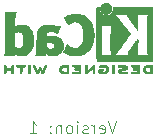
<source format=gbo>
%TF.GenerationSoftware,KiCad,Pcbnew,9.0.1*%
%TF.CreationDate,2025-05-12T10:57:46-03:00*%
%TF.ProjectId,Project_1_LED_Torch,50726f6a-6563-4745-9f31-5f4c45445f54,1*%
%TF.SameCoordinates,Original*%
%TF.FileFunction,Legend,Bot*%
%TF.FilePolarity,Positive*%
%FSLAX46Y46*%
G04 Gerber Fmt 4.6, Leading zero omitted, Abs format (unit mm)*
G04 Created by KiCad (PCBNEW 9.0.1) date 2025-05-12 10:57:46*
%MOMM*%
%LPD*%
G01*
G04 APERTURE LIST*
%ADD10C,0.100000*%
%ADD11C,0.010000*%
G04 APERTURE END LIST*
D10*
X172138972Y-116272419D02*
X171805639Y-117272419D01*
X171805639Y-117272419D02*
X171472306Y-116272419D01*
X170758020Y-117224800D02*
X170853258Y-117272419D01*
X170853258Y-117272419D02*
X171043734Y-117272419D01*
X171043734Y-117272419D02*
X171138972Y-117224800D01*
X171138972Y-117224800D02*
X171186591Y-117129561D01*
X171186591Y-117129561D02*
X171186591Y-116748609D01*
X171186591Y-116748609D02*
X171138972Y-116653371D01*
X171138972Y-116653371D02*
X171043734Y-116605752D01*
X171043734Y-116605752D02*
X170853258Y-116605752D01*
X170853258Y-116605752D02*
X170758020Y-116653371D01*
X170758020Y-116653371D02*
X170710401Y-116748609D01*
X170710401Y-116748609D02*
X170710401Y-116843847D01*
X170710401Y-116843847D02*
X171186591Y-116939085D01*
X170281829Y-117272419D02*
X170281829Y-116605752D01*
X170281829Y-116796228D02*
X170234210Y-116700990D01*
X170234210Y-116700990D02*
X170186591Y-116653371D01*
X170186591Y-116653371D02*
X170091353Y-116605752D01*
X170091353Y-116605752D02*
X169996115Y-116605752D01*
X169710400Y-117224800D02*
X169615162Y-117272419D01*
X169615162Y-117272419D02*
X169424686Y-117272419D01*
X169424686Y-117272419D02*
X169329448Y-117224800D01*
X169329448Y-117224800D02*
X169281829Y-117129561D01*
X169281829Y-117129561D02*
X169281829Y-117081942D01*
X169281829Y-117081942D02*
X169329448Y-116986704D01*
X169329448Y-116986704D02*
X169424686Y-116939085D01*
X169424686Y-116939085D02*
X169567543Y-116939085D01*
X169567543Y-116939085D02*
X169662781Y-116891466D01*
X169662781Y-116891466D02*
X169710400Y-116796228D01*
X169710400Y-116796228D02*
X169710400Y-116748609D01*
X169710400Y-116748609D02*
X169662781Y-116653371D01*
X169662781Y-116653371D02*
X169567543Y-116605752D01*
X169567543Y-116605752D02*
X169424686Y-116605752D01*
X169424686Y-116605752D02*
X169329448Y-116653371D01*
X168853257Y-117272419D02*
X168853257Y-116605752D01*
X168853257Y-116272419D02*
X168900876Y-116320038D01*
X168900876Y-116320038D02*
X168853257Y-116367657D01*
X168853257Y-116367657D02*
X168805638Y-116320038D01*
X168805638Y-116320038D02*
X168853257Y-116272419D01*
X168853257Y-116272419D02*
X168853257Y-116367657D01*
X168234210Y-117272419D02*
X168329448Y-117224800D01*
X168329448Y-117224800D02*
X168377067Y-117177180D01*
X168377067Y-117177180D02*
X168424686Y-117081942D01*
X168424686Y-117081942D02*
X168424686Y-116796228D01*
X168424686Y-116796228D02*
X168377067Y-116700990D01*
X168377067Y-116700990D02*
X168329448Y-116653371D01*
X168329448Y-116653371D02*
X168234210Y-116605752D01*
X168234210Y-116605752D02*
X168091353Y-116605752D01*
X168091353Y-116605752D02*
X167996115Y-116653371D01*
X167996115Y-116653371D02*
X167948496Y-116700990D01*
X167948496Y-116700990D02*
X167900877Y-116796228D01*
X167900877Y-116796228D02*
X167900877Y-117081942D01*
X167900877Y-117081942D02*
X167948496Y-117177180D01*
X167948496Y-117177180D02*
X167996115Y-117224800D01*
X167996115Y-117224800D02*
X168091353Y-117272419D01*
X168091353Y-117272419D02*
X168234210Y-117272419D01*
X167472305Y-116605752D02*
X167472305Y-117272419D01*
X167472305Y-116700990D02*
X167424686Y-116653371D01*
X167424686Y-116653371D02*
X167329448Y-116605752D01*
X167329448Y-116605752D02*
X167186591Y-116605752D01*
X167186591Y-116605752D02*
X167091353Y-116653371D01*
X167091353Y-116653371D02*
X167043734Y-116748609D01*
X167043734Y-116748609D02*
X167043734Y-117272419D01*
X166567543Y-117177180D02*
X166519924Y-117224800D01*
X166519924Y-117224800D02*
X166567543Y-117272419D01*
X166567543Y-117272419D02*
X166615162Y-117224800D01*
X166615162Y-117224800D02*
X166567543Y-117177180D01*
X166567543Y-117177180D02*
X166567543Y-117272419D01*
X166567543Y-116653371D02*
X166519924Y-116700990D01*
X166519924Y-116700990D02*
X166567543Y-116748609D01*
X166567543Y-116748609D02*
X166615162Y-116700990D01*
X166615162Y-116700990D02*
X166567543Y-116653371D01*
X166567543Y-116653371D02*
X166567543Y-116748609D01*
X164805639Y-117272419D02*
X165377067Y-117272419D01*
X165091353Y-117272419D02*
X165091353Y-116272419D01*
X165091353Y-116272419D02*
X165186591Y-116415276D01*
X165186591Y-116415276D02*
X165281829Y-116510514D01*
X165281829Y-116510514D02*
X165377067Y-116558133D01*
D11*
%TO.C,REF\u002A\u002A*%
X175185614Y-107331792D02*
X175186059Y-107463011D01*
X175186362Y-107610216D01*
X175186548Y-107774349D01*
X175186642Y-107956352D01*
X175186671Y-108157165D01*
X175186661Y-108377732D01*
X175186636Y-108618992D01*
X175186622Y-108881889D01*
X175186622Y-108924040D01*
X175186646Y-109184668D01*
X175186685Y-109423796D01*
X175186708Y-109642360D01*
X175186687Y-109841295D01*
X175186593Y-110021535D01*
X175186395Y-110184015D01*
X175186063Y-110329670D01*
X175185569Y-110459434D01*
X175184883Y-110574243D01*
X175183976Y-110675030D01*
X175182817Y-110762730D01*
X175181378Y-110838279D01*
X175179629Y-110902611D01*
X175177540Y-110956661D01*
X175175083Y-111001363D01*
X175172227Y-111037652D01*
X175168943Y-111066463D01*
X175165202Y-111088731D01*
X175160974Y-111105390D01*
X175156229Y-111117375D01*
X175150939Y-111125621D01*
X175145073Y-111131062D01*
X175138602Y-111134634D01*
X175131497Y-111137270D01*
X175123728Y-111139906D01*
X175115266Y-111143477D01*
X175110908Y-111145145D01*
X175102395Y-111147111D01*
X175089694Y-111148911D01*
X175071885Y-111150555D01*
X175048049Y-111152047D01*
X175017266Y-111153397D01*
X174978617Y-111154611D01*
X174931182Y-111155697D01*
X174874043Y-111156661D01*
X174806279Y-111157511D01*
X174726971Y-111158253D01*
X174635199Y-111158897D01*
X174530044Y-111159447D01*
X174410587Y-111159913D01*
X174275908Y-111160300D01*
X174125088Y-111160616D01*
X173957206Y-111160869D01*
X173771345Y-111161066D01*
X173566583Y-111161213D01*
X173342002Y-111161318D01*
X173096682Y-111161389D01*
X172829704Y-111161432D01*
X172791321Y-111161437D01*
X172525922Y-111161480D01*
X172282050Y-111161525D01*
X172058783Y-111161548D01*
X171855196Y-111161524D01*
X171670367Y-111161430D01*
X171503373Y-111161243D01*
X171353290Y-111160939D01*
X171219196Y-111160494D01*
X171100166Y-111159885D01*
X170995279Y-111159089D01*
X170903610Y-111158080D01*
X170824237Y-111156837D01*
X170756237Y-111155335D01*
X170698686Y-111153551D01*
X170650662Y-111151461D01*
X170611240Y-111149042D01*
X170579499Y-111146270D01*
X170554514Y-111143121D01*
X170535364Y-111139572D01*
X170521123Y-111135598D01*
X170510871Y-111131178D01*
X170503682Y-111126286D01*
X170498635Y-111120900D01*
X170494805Y-111114996D01*
X170491271Y-111108549D01*
X170487108Y-111101537D01*
X170486025Y-111099687D01*
X170483813Y-111094180D01*
X170481786Y-111085868D01*
X170479938Y-111073809D01*
X170478261Y-111057063D01*
X170476745Y-111034687D01*
X170475383Y-111005740D01*
X170474167Y-110969280D01*
X170473089Y-110924367D01*
X170472140Y-110870057D01*
X170471312Y-110805410D01*
X170470597Y-110729484D01*
X170469987Y-110641338D01*
X170469942Y-110632493D01*
X170761378Y-110632493D01*
X170765260Y-110633765D01*
X170788520Y-110635791D01*
X170830874Y-110637626D01*
X170890132Y-110639227D01*
X170964107Y-110640549D01*
X171050610Y-110641548D01*
X171147452Y-110642180D01*
X171252445Y-110642400D01*
X171950651Y-110642400D01*
X173105090Y-110642400D01*
X173104456Y-110566200D01*
X173105574Y-110524160D01*
X173111304Y-110488334D01*
X173123890Y-110450772D01*
X173145568Y-110402577D01*
X173148789Y-110395897D01*
X173174188Y-110346359D01*
X173200996Y-110298369D01*
X173223917Y-110261466D01*
X173228485Y-110254834D01*
X173250516Y-110223593D01*
X173282693Y-110178654D01*
X173323457Y-110122147D01*
X173371245Y-110056204D01*
X173424498Y-109982957D01*
X173481655Y-109904536D01*
X173541155Y-109823072D01*
X173601437Y-109740698D01*
X173660940Y-109659544D01*
X173718105Y-109581742D01*
X173771370Y-109509423D01*
X173819174Y-109444718D01*
X173859957Y-109389759D01*
X173892158Y-109346676D01*
X173914216Y-109317602D01*
X173924571Y-109304667D01*
X173929044Y-109300351D01*
X173933236Y-109298312D01*
X173936643Y-109300926D01*
X173939325Y-109309986D01*
X173941341Y-109327285D01*
X173942748Y-109354614D01*
X173943605Y-109393765D01*
X173943970Y-109446533D01*
X173943903Y-109514707D01*
X173943460Y-109600082D01*
X173942702Y-109704449D01*
X173941685Y-109829600D01*
X173941308Y-109874300D01*
X173940169Y-109995395D01*
X173938972Y-110096688D01*
X173937636Y-110180262D01*
X173936077Y-110248204D01*
X173934215Y-110302599D01*
X173931966Y-110345532D01*
X173929248Y-110379089D01*
X173925979Y-110405355D01*
X173922078Y-110426416D01*
X173917461Y-110444357D01*
X173909192Y-110470770D01*
X173885583Y-110532772D01*
X173859685Y-110585573D01*
X173834535Y-110622645D01*
X173833339Y-110624075D01*
X173831168Y-110628424D01*
X173833328Y-110632026D01*
X173841644Y-110634951D01*
X173857940Y-110637269D01*
X173884041Y-110639051D01*
X173921771Y-110640367D01*
X173972956Y-110641286D01*
X174039420Y-110641878D01*
X174122987Y-110642215D01*
X174225483Y-110642365D01*
X174348732Y-110642400D01*
X174880296Y-110642400D01*
X174841523Y-110584783D01*
X174835432Y-110575893D01*
X174824976Y-110561069D01*
X174815579Y-110547422D01*
X174807183Y-110533765D01*
X174799733Y-110518911D01*
X174793173Y-110501670D01*
X174787446Y-110480855D01*
X174782495Y-110455280D01*
X174778266Y-110423755D01*
X174774701Y-110385093D01*
X174771744Y-110338107D01*
X174769340Y-110281608D01*
X174767431Y-110214409D01*
X174765962Y-110135322D01*
X174764876Y-110043160D01*
X174764118Y-109936734D01*
X174763630Y-109814857D01*
X174763358Y-109676341D01*
X174763243Y-109519999D01*
X174763231Y-109344642D01*
X174763265Y-109149082D01*
X174763289Y-108932133D01*
X174763280Y-108809513D01*
X174763243Y-108604447D01*
X174763227Y-108420116D01*
X174763288Y-108255334D01*
X174763484Y-108108916D01*
X174763870Y-107979674D01*
X174764505Y-107866422D01*
X174765444Y-107767975D01*
X174766745Y-107683144D01*
X174768464Y-107610744D01*
X174770659Y-107549589D01*
X174773385Y-107498492D01*
X174776701Y-107456267D01*
X174780662Y-107421727D01*
X174785325Y-107393686D01*
X174790747Y-107370958D01*
X174796986Y-107352356D01*
X174804097Y-107336693D01*
X174812138Y-107322784D01*
X174821166Y-107309441D01*
X174831236Y-107295479D01*
X174842407Y-107279711D01*
X174882197Y-107221867D01*
X173822314Y-107221867D01*
X173860311Y-107284966D01*
X173874993Y-107310005D01*
X173889531Y-107337586D01*
X173901627Y-107365700D01*
X173911532Y-107396551D01*
X173919494Y-107432344D01*
X173925761Y-107475283D01*
X173930582Y-107527574D01*
X173934206Y-107591419D01*
X173936881Y-107669025D01*
X173938857Y-107762594D01*
X173940382Y-107874333D01*
X173941704Y-108006445D01*
X173942613Y-108126434D01*
X173943020Y-108243063D01*
X173942767Y-108338531D01*
X173941857Y-108412556D01*
X173940293Y-108464855D01*
X173938079Y-108495149D01*
X173935220Y-108503156D01*
X173932161Y-108499858D01*
X173914006Y-108478408D01*
X173884275Y-108441889D01*
X173844639Y-108392442D01*
X173796771Y-108332207D01*
X173742343Y-108263327D01*
X173683027Y-108187943D01*
X173620495Y-108108196D01*
X173556421Y-108026228D01*
X173492475Y-107944180D01*
X173430331Y-107864194D01*
X173371661Y-107788411D01*
X173318137Y-107718973D01*
X173271430Y-107658021D01*
X173233214Y-107607696D01*
X173205161Y-107570140D01*
X173188943Y-107547495D01*
X173143635Y-107475212D01*
X173103661Y-107395463D01*
X173082130Y-107327188D01*
X173078827Y-107269844D01*
X173084116Y-107221867D01*
X171952356Y-107222117D01*
X171991867Y-107252722D01*
X172001248Y-107260089D01*
X172064183Y-107314438D01*
X172132997Y-107382259D01*
X172209596Y-107465516D01*
X172295888Y-107566178D01*
X172313052Y-107586847D01*
X172353833Y-107636409D01*
X172403588Y-107697326D01*
X172460955Y-107767898D01*
X172524569Y-107846424D01*
X172593069Y-107931204D01*
X172665090Y-108020537D01*
X172739270Y-108112722D01*
X172754517Y-108131702D01*
X172814246Y-108206060D01*
X172888653Y-108298848D01*
X172961131Y-108389388D01*
X173030314Y-108475978D01*
X173094841Y-108556918D01*
X173153347Y-108630506D01*
X173204470Y-108695044D01*
X173246847Y-108748829D01*
X173279115Y-108790162D01*
X173299910Y-108817342D01*
X173307869Y-108828668D01*
X173306111Y-108832771D01*
X173293230Y-108853334D01*
X173268885Y-108889561D01*
X173234247Y-108939824D01*
X173190486Y-109002492D01*
X173138775Y-109075936D01*
X173080284Y-109158527D01*
X173016184Y-109248636D01*
X172947646Y-109344631D01*
X172875843Y-109444885D01*
X172801944Y-109547768D01*
X172727121Y-109651650D01*
X172652545Y-109754901D01*
X172579387Y-109855892D01*
X172508819Y-109952994D01*
X172442011Y-110044577D01*
X172380135Y-110129011D01*
X172324361Y-110204667D01*
X172275862Y-110269916D01*
X172235807Y-110323128D01*
X172205369Y-110362673D01*
X172184944Y-110388026D01*
X172138899Y-110442295D01*
X172088612Y-110498775D01*
X172041815Y-110548669D01*
X171950651Y-110642400D01*
X171252445Y-110642400D01*
X171321356Y-110642349D01*
X171419607Y-110642091D01*
X171509030Y-110641637D01*
X171587333Y-110641010D01*
X171652223Y-110640235D01*
X171701411Y-110639335D01*
X171732604Y-110638334D01*
X171743511Y-110637257D01*
X171742322Y-110634037D01*
X171732176Y-110616452D01*
X171715040Y-110590158D01*
X171706540Y-110577691D01*
X171697329Y-110563622D01*
X171689233Y-110549351D01*
X171682185Y-110533479D01*
X171676117Y-110514609D01*
X171670961Y-110491341D01*
X171666651Y-110462278D01*
X171663119Y-110426021D01*
X171660297Y-110381170D01*
X171658118Y-110326328D01*
X171656514Y-110260097D01*
X171655419Y-110181077D01*
X171654765Y-110087871D01*
X171654484Y-109979079D01*
X171654509Y-109853303D01*
X171654772Y-109709145D01*
X171655206Y-109545207D01*
X171655745Y-109360089D01*
X171656279Y-109181232D01*
X171656805Y-109022374D01*
X171657350Y-108883316D01*
X171657945Y-108762665D01*
X171658619Y-108659028D01*
X171659403Y-108571011D01*
X171660326Y-108497223D01*
X171661419Y-108436269D01*
X171662712Y-108386757D01*
X171664235Y-108347293D01*
X171666019Y-108316484D01*
X171668092Y-108292938D01*
X171670486Y-108275260D01*
X171673230Y-108262059D01*
X171676356Y-108251940D01*
X171679892Y-108243511D01*
X171683791Y-108235375D01*
X171703438Y-108198544D01*
X171722225Y-108168391D01*
X171723272Y-108166908D01*
X171737602Y-108144659D01*
X171743511Y-108131702D01*
X171742504Y-108131249D01*
X171725305Y-108129803D01*
X171688656Y-108128480D01*
X171634962Y-108127316D01*
X171566630Y-108126347D01*
X171486064Y-108125611D01*
X171395670Y-108125142D01*
X171297853Y-108124978D01*
X170852195Y-108124978D01*
X170849120Y-109301845D01*
X170846045Y-110478711D01*
X170819407Y-110537622D01*
X170807485Y-110562183D01*
X170790246Y-110592434D01*
X170777074Y-110609560D01*
X170769076Y-110617591D01*
X170761378Y-110632493D01*
X170469942Y-110632493D01*
X170469474Y-110540029D01*
X170469050Y-110424617D01*
X170468706Y-110294160D01*
X170468434Y-110147716D01*
X170468227Y-109984344D01*
X170468076Y-109803101D01*
X170467972Y-109603048D01*
X170467908Y-109383241D01*
X170467876Y-109142739D01*
X170467867Y-108880602D01*
X170467867Y-106689031D01*
X170506249Y-106650649D01*
X170533355Y-106626911D01*
X170560253Y-106615111D01*
X170596560Y-106612267D01*
X170648489Y-106612267D01*
X170648489Y-106700206D01*
X170650427Y-106750102D01*
X170669199Y-106860523D01*
X170706217Y-106961987D01*
X170759369Y-107053152D01*
X170826546Y-107132673D01*
X170905638Y-107199205D01*
X170994534Y-107251406D01*
X171091125Y-107287930D01*
X171193300Y-107307434D01*
X171298950Y-107308573D01*
X171405964Y-107290005D01*
X171512232Y-107250384D01*
X171609219Y-107192516D01*
X171694293Y-107117684D01*
X171763015Y-107029615D01*
X171813918Y-106930616D01*
X171845535Y-106822993D01*
X171856400Y-106709054D01*
X171856400Y-106612267D01*
X173476753Y-106612267D01*
X173687897Y-106612280D01*
X173892020Y-106612330D01*
X174075686Y-106612430D01*
X174239991Y-106612592D01*
X174386029Y-106612829D01*
X174514894Y-106613153D01*
X174627683Y-106613575D01*
X174725488Y-106614109D01*
X174809404Y-106614767D01*
X174880527Y-106615561D01*
X174939950Y-106616504D01*
X174988768Y-106617608D01*
X175028077Y-106618884D01*
X175058969Y-106620347D01*
X175082541Y-106622007D01*
X175099886Y-106623878D01*
X175112099Y-106625972D01*
X175120275Y-106628300D01*
X175125508Y-106630876D01*
X175131504Y-106634445D01*
X175138279Y-106637978D01*
X175144478Y-106641488D01*
X175150126Y-106645918D01*
X175155247Y-106652208D01*
X175159869Y-106661301D01*
X175164015Y-106674139D01*
X175167713Y-106691662D01*
X175170987Y-106714813D01*
X175173863Y-106744534D01*
X175176367Y-106781765D01*
X175178524Y-106827449D01*
X175180360Y-106882527D01*
X175181900Y-106947941D01*
X175183170Y-107024633D01*
X175184195Y-107113544D01*
X175185001Y-107215617D01*
X175185034Y-107221867D01*
X175185614Y-107331792D01*
G36*
X175185614Y-107331792D02*
G01*
X175186059Y-107463011D01*
X175186362Y-107610216D01*
X175186548Y-107774349D01*
X175186642Y-107956352D01*
X175186671Y-108157165D01*
X175186661Y-108377732D01*
X175186636Y-108618992D01*
X175186622Y-108881889D01*
X175186622Y-108924040D01*
X175186646Y-109184668D01*
X175186685Y-109423796D01*
X175186708Y-109642360D01*
X175186687Y-109841295D01*
X175186593Y-110021535D01*
X175186395Y-110184015D01*
X175186063Y-110329670D01*
X175185569Y-110459434D01*
X175184883Y-110574243D01*
X175183976Y-110675030D01*
X175182817Y-110762730D01*
X175181378Y-110838279D01*
X175179629Y-110902611D01*
X175177540Y-110956661D01*
X175175083Y-111001363D01*
X175172227Y-111037652D01*
X175168943Y-111066463D01*
X175165202Y-111088731D01*
X175160974Y-111105390D01*
X175156229Y-111117375D01*
X175150939Y-111125621D01*
X175145073Y-111131062D01*
X175138602Y-111134634D01*
X175131497Y-111137270D01*
X175123728Y-111139906D01*
X175115266Y-111143477D01*
X175110908Y-111145145D01*
X175102395Y-111147111D01*
X175089694Y-111148911D01*
X175071885Y-111150555D01*
X175048049Y-111152047D01*
X175017266Y-111153397D01*
X174978617Y-111154611D01*
X174931182Y-111155697D01*
X174874043Y-111156661D01*
X174806279Y-111157511D01*
X174726971Y-111158253D01*
X174635199Y-111158897D01*
X174530044Y-111159447D01*
X174410587Y-111159913D01*
X174275908Y-111160300D01*
X174125088Y-111160616D01*
X173957206Y-111160869D01*
X173771345Y-111161066D01*
X173566583Y-111161213D01*
X173342002Y-111161318D01*
X173096682Y-111161389D01*
X172829704Y-111161432D01*
X172791321Y-111161437D01*
X172525922Y-111161480D01*
X172282050Y-111161525D01*
X172058783Y-111161548D01*
X171855196Y-111161524D01*
X171670367Y-111161430D01*
X171503373Y-111161243D01*
X171353290Y-111160939D01*
X171219196Y-111160494D01*
X171100166Y-111159885D01*
X170995279Y-111159089D01*
X170903610Y-111158080D01*
X170824237Y-111156837D01*
X170756237Y-111155335D01*
X170698686Y-111153551D01*
X170650662Y-111151461D01*
X170611240Y-111149042D01*
X170579499Y-111146270D01*
X170554514Y-111143121D01*
X170535364Y-111139572D01*
X170521123Y-111135598D01*
X170510871Y-111131178D01*
X170503682Y-111126286D01*
X170498635Y-111120900D01*
X170494805Y-111114996D01*
X170491271Y-111108549D01*
X170487108Y-111101537D01*
X170486025Y-111099687D01*
X170483813Y-111094180D01*
X170481786Y-111085868D01*
X170479938Y-111073809D01*
X170478261Y-111057063D01*
X170476745Y-111034687D01*
X170475383Y-111005740D01*
X170474167Y-110969280D01*
X170473089Y-110924367D01*
X170472140Y-110870057D01*
X170471312Y-110805410D01*
X170470597Y-110729484D01*
X170469987Y-110641338D01*
X170469942Y-110632493D01*
X170761378Y-110632493D01*
X170765260Y-110633765D01*
X170788520Y-110635791D01*
X170830874Y-110637626D01*
X170890132Y-110639227D01*
X170964107Y-110640549D01*
X171050610Y-110641548D01*
X171147452Y-110642180D01*
X171252445Y-110642400D01*
X171950651Y-110642400D01*
X173105090Y-110642400D01*
X173104456Y-110566200D01*
X173105574Y-110524160D01*
X173111304Y-110488334D01*
X173123890Y-110450772D01*
X173145568Y-110402577D01*
X173148789Y-110395897D01*
X173174188Y-110346359D01*
X173200996Y-110298369D01*
X173223917Y-110261466D01*
X173228485Y-110254834D01*
X173250516Y-110223593D01*
X173282693Y-110178654D01*
X173323457Y-110122147D01*
X173371245Y-110056204D01*
X173424498Y-109982957D01*
X173481655Y-109904536D01*
X173541155Y-109823072D01*
X173601437Y-109740698D01*
X173660940Y-109659544D01*
X173718105Y-109581742D01*
X173771370Y-109509423D01*
X173819174Y-109444718D01*
X173859957Y-109389759D01*
X173892158Y-109346676D01*
X173914216Y-109317602D01*
X173924571Y-109304667D01*
X173929044Y-109300351D01*
X173933236Y-109298312D01*
X173936643Y-109300926D01*
X173939325Y-109309986D01*
X173941341Y-109327285D01*
X173942748Y-109354614D01*
X173943605Y-109393765D01*
X173943970Y-109446533D01*
X173943903Y-109514707D01*
X173943460Y-109600082D01*
X173942702Y-109704449D01*
X173941685Y-109829600D01*
X173941308Y-109874300D01*
X173940169Y-109995395D01*
X173938972Y-110096688D01*
X173937636Y-110180262D01*
X173936077Y-110248204D01*
X173934215Y-110302599D01*
X173931966Y-110345532D01*
X173929248Y-110379089D01*
X173925979Y-110405355D01*
X173922078Y-110426416D01*
X173917461Y-110444357D01*
X173909192Y-110470770D01*
X173885583Y-110532772D01*
X173859685Y-110585573D01*
X173834535Y-110622645D01*
X173833339Y-110624075D01*
X173831168Y-110628424D01*
X173833328Y-110632026D01*
X173841644Y-110634951D01*
X173857940Y-110637269D01*
X173884041Y-110639051D01*
X173921771Y-110640367D01*
X173972956Y-110641286D01*
X174039420Y-110641878D01*
X174122987Y-110642215D01*
X174225483Y-110642365D01*
X174348732Y-110642400D01*
X174880296Y-110642400D01*
X174841523Y-110584783D01*
X174835432Y-110575893D01*
X174824976Y-110561069D01*
X174815579Y-110547422D01*
X174807183Y-110533765D01*
X174799733Y-110518911D01*
X174793173Y-110501670D01*
X174787446Y-110480855D01*
X174782495Y-110455280D01*
X174778266Y-110423755D01*
X174774701Y-110385093D01*
X174771744Y-110338107D01*
X174769340Y-110281608D01*
X174767431Y-110214409D01*
X174765962Y-110135322D01*
X174764876Y-110043160D01*
X174764118Y-109936734D01*
X174763630Y-109814857D01*
X174763358Y-109676341D01*
X174763243Y-109519999D01*
X174763231Y-109344642D01*
X174763265Y-109149082D01*
X174763289Y-108932133D01*
X174763280Y-108809513D01*
X174763243Y-108604447D01*
X174763227Y-108420116D01*
X174763288Y-108255334D01*
X174763484Y-108108916D01*
X174763870Y-107979674D01*
X174764505Y-107866422D01*
X174765444Y-107767975D01*
X174766745Y-107683144D01*
X174768464Y-107610744D01*
X174770659Y-107549589D01*
X174773385Y-107498492D01*
X174776701Y-107456267D01*
X174780662Y-107421727D01*
X174785325Y-107393686D01*
X174790747Y-107370958D01*
X174796986Y-107352356D01*
X174804097Y-107336693D01*
X174812138Y-107322784D01*
X174821166Y-107309441D01*
X174831236Y-107295479D01*
X174842407Y-107279711D01*
X174882197Y-107221867D01*
X173822314Y-107221867D01*
X173860311Y-107284966D01*
X173874993Y-107310005D01*
X173889531Y-107337586D01*
X173901627Y-107365700D01*
X173911532Y-107396551D01*
X173919494Y-107432344D01*
X173925761Y-107475283D01*
X173930582Y-107527574D01*
X173934206Y-107591419D01*
X173936881Y-107669025D01*
X173938857Y-107762594D01*
X173940382Y-107874333D01*
X173941704Y-108006445D01*
X173942613Y-108126434D01*
X173943020Y-108243063D01*
X173942767Y-108338531D01*
X173941857Y-108412556D01*
X173940293Y-108464855D01*
X173938079Y-108495149D01*
X173935220Y-108503156D01*
X173932161Y-108499858D01*
X173914006Y-108478408D01*
X173884275Y-108441889D01*
X173844639Y-108392442D01*
X173796771Y-108332207D01*
X173742343Y-108263327D01*
X173683027Y-108187943D01*
X173620495Y-108108196D01*
X173556421Y-108026228D01*
X173492475Y-107944180D01*
X173430331Y-107864194D01*
X173371661Y-107788411D01*
X173318137Y-107718973D01*
X173271430Y-107658021D01*
X173233214Y-107607696D01*
X173205161Y-107570140D01*
X173188943Y-107547495D01*
X173143635Y-107475212D01*
X173103661Y-107395463D01*
X173082130Y-107327188D01*
X173078827Y-107269844D01*
X173084116Y-107221867D01*
X171952356Y-107222117D01*
X171991867Y-107252722D01*
X172001248Y-107260089D01*
X172064183Y-107314438D01*
X172132997Y-107382259D01*
X172209596Y-107465516D01*
X172295888Y-107566178D01*
X172313052Y-107586847D01*
X172353833Y-107636409D01*
X172403588Y-107697326D01*
X172460955Y-107767898D01*
X172524569Y-107846424D01*
X172593069Y-107931204D01*
X172665090Y-108020537D01*
X172739270Y-108112722D01*
X172754517Y-108131702D01*
X172814246Y-108206060D01*
X172888653Y-108298848D01*
X172961131Y-108389388D01*
X173030314Y-108475978D01*
X173094841Y-108556918D01*
X173153347Y-108630506D01*
X173204470Y-108695044D01*
X173246847Y-108748829D01*
X173279115Y-108790162D01*
X173299910Y-108817342D01*
X173307869Y-108828668D01*
X173306111Y-108832771D01*
X173293230Y-108853334D01*
X173268885Y-108889561D01*
X173234247Y-108939824D01*
X173190486Y-109002492D01*
X173138775Y-109075936D01*
X173080284Y-109158527D01*
X173016184Y-109248636D01*
X172947646Y-109344631D01*
X172875843Y-109444885D01*
X172801944Y-109547768D01*
X172727121Y-109651650D01*
X172652545Y-109754901D01*
X172579387Y-109855892D01*
X172508819Y-109952994D01*
X172442011Y-110044577D01*
X172380135Y-110129011D01*
X172324361Y-110204667D01*
X172275862Y-110269916D01*
X172235807Y-110323128D01*
X172205369Y-110362673D01*
X172184944Y-110388026D01*
X172138899Y-110442295D01*
X172088612Y-110498775D01*
X172041815Y-110548669D01*
X171950651Y-110642400D01*
X171252445Y-110642400D01*
X171321356Y-110642349D01*
X171419607Y-110642091D01*
X171509030Y-110641637D01*
X171587333Y-110641010D01*
X171652223Y-110640235D01*
X171701411Y-110639335D01*
X171732604Y-110638334D01*
X171743511Y-110637257D01*
X171742322Y-110634037D01*
X171732176Y-110616452D01*
X171715040Y-110590158D01*
X171706540Y-110577691D01*
X171697329Y-110563622D01*
X171689233Y-110549351D01*
X171682185Y-110533479D01*
X171676117Y-110514609D01*
X171670961Y-110491341D01*
X171666651Y-110462278D01*
X171663119Y-110426021D01*
X171660297Y-110381170D01*
X171658118Y-110326328D01*
X171656514Y-110260097D01*
X171655419Y-110181077D01*
X171654765Y-110087871D01*
X171654484Y-109979079D01*
X171654509Y-109853303D01*
X171654772Y-109709145D01*
X171655206Y-109545207D01*
X171655745Y-109360089D01*
X171656279Y-109181232D01*
X171656805Y-109022374D01*
X171657350Y-108883316D01*
X171657945Y-108762665D01*
X171658619Y-108659028D01*
X171659403Y-108571011D01*
X171660326Y-108497223D01*
X171661419Y-108436269D01*
X171662712Y-108386757D01*
X171664235Y-108347293D01*
X171666019Y-108316484D01*
X171668092Y-108292938D01*
X171670486Y-108275260D01*
X171673230Y-108262059D01*
X171676356Y-108251940D01*
X171679892Y-108243511D01*
X171683791Y-108235375D01*
X171703438Y-108198544D01*
X171722225Y-108168391D01*
X171723272Y-108166908D01*
X171737602Y-108144659D01*
X171743511Y-108131702D01*
X171742504Y-108131249D01*
X171725305Y-108129803D01*
X171688656Y-108128480D01*
X171634962Y-108127316D01*
X171566630Y-108126347D01*
X171486064Y-108125611D01*
X171395670Y-108125142D01*
X171297853Y-108124978D01*
X170852195Y-108124978D01*
X170849120Y-109301845D01*
X170846045Y-110478711D01*
X170819407Y-110537622D01*
X170807485Y-110562183D01*
X170790246Y-110592434D01*
X170777074Y-110609560D01*
X170769076Y-110617591D01*
X170761378Y-110632493D01*
X170469942Y-110632493D01*
X170469474Y-110540029D01*
X170469050Y-110424617D01*
X170468706Y-110294160D01*
X170468434Y-110147716D01*
X170468227Y-109984344D01*
X170468076Y-109803101D01*
X170467972Y-109603048D01*
X170467908Y-109383241D01*
X170467876Y-109142739D01*
X170467867Y-108880602D01*
X170467867Y-106689031D01*
X170506249Y-106650649D01*
X170533355Y-106626911D01*
X170560253Y-106615111D01*
X170596560Y-106612267D01*
X170648489Y-106612267D01*
X170648489Y-106700206D01*
X170650427Y-106750102D01*
X170669199Y-106860523D01*
X170706217Y-106961987D01*
X170759369Y-107053152D01*
X170826546Y-107132673D01*
X170905638Y-107199205D01*
X170994534Y-107251406D01*
X171091125Y-107287930D01*
X171193300Y-107307434D01*
X171298950Y-107308573D01*
X171405964Y-107290005D01*
X171512232Y-107250384D01*
X171609219Y-107192516D01*
X171694293Y-107117684D01*
X171763015Y-107029615D01*
X171813918Y-106930616D01*
X171845535Y-106822993D01*
X171856400Y-106709054D01*
X171856400Y-106612267D01*
X173476753Y-106612267D01*
X173687897Y-106612280D01*
X173892020Y-106612330D01*
X174075686Y-106612430D01*
X174239991Y-106612592D01*
X174386029Y-106612829D01*
X174514894Y-106613153D01*
X174627683Y-106613575D01*
X174725488Y-106614109D01*
X174809404Y-106614767D01*
X174880527Y-106615561D01*
X174939950Y-106616504D01*
X174988768Y-106617608D01*
X175028077Y-106618884D01*
X175058969Y-106620347D01*
X175082541Y-106622007D01*
X175099886Y-106623878D01*
X175112099Y-106625972D01*
X175120275Y-106628300D01*
X175125508Y-106630876D01*
X175131504Y-106634445D01*
X175138279Y-106637978D01*
X175144478Y-106641488D01*
X175150126Y-106645918D01*
X175155247Y-106652208D01*
X175159869Y-106661301D01*
X175164015Y-106674139D01*
X175167713Y-106691662D01*
X175170987Y-106714813D01*
X175173863Y-106744534D01*
X175176367Y-106781765D01*
X175178524Y-106827449D01*
X175180360Y-106882527D01*
X175181900Y-106947941D01*
X175183170Y-107024633D01*
X175184195Y-107113544D01*
X175185001Y-107215617D01*
X175185034Y-107221867D01*
X175185614Y-107331792D01*
G37*
X167637755Y-109863467D02*
X167637261Y-109897363D01*
X167633632Y-109972202D01*
X167626022Y-110034401D01*
X167613688Y-110090984D01*
X167569313Y-110217076D01*
X167506400Y-110331679D01*
X167426238Y-110432568D01*
X167329740Y-110518924D01*
X167217822Y-110589932D01*
X167091397Y-110644776D01*
X166951378Y-110682638D01*
X166915149Y-110688351D01*
X166836155Y-110694313D01*
X166747841Y-110694646D01*
X166658075Y-110689659D01*
X166574722Y-110679666D01*
X166505651Y-110664978D01*
X166419187Y-110634749D01*
X166309286Y-110580057D01*
X166211956Y-110512543D01*
X166149867Y-110461556D01*
X166146605Y-110557622D01*
X166143343Y-110653689D01*
X165720450Y-110653689D01*
X165709543Y-110653686D01*
X165615056Y-110653380D01*
X165528331Y-110652616D01*
X165451837Y-110651451D01*
X165388043Y-110649942D01*
X165339418Y-110648147D01*
X165308433Y-110646121D01*
X165297556Y-110643922D01*
X165297578Y-110643463D01*
X165304614Y-110627910D01*
X165320434Y-110605071D01*
X165324734Y-110599638D01*
X165335777Y-110585606D01*
X165345311Y-110572186D01*
X165353461Y-110557722D01*
X165360352Y-110540556D01*
X165366111Y-110519034D01*
X165370862Y-110491498D01*
X165374731Y-110456292D01*
X165377844Y-110411760D01*
X165380325Y-110356246D01*
X165382300Y-110288093D01*
X165383894Y-110205645D01*
X165385234Y-110107246D01*
X165386444Y-109991239D01*
X165387649Y-109855968D01*
X165388595Y-109744586D01*
X166189378Y-109744586D01*
X166189378Y-109940462D01*
X166234048Y-109996973D01*
X166246785Y-110012212D01*
X166293604Y-110054844D01*
X166354255Y-110090672D01*
X166364897Y-110095850D01*
X166403676Y-110112745D01*
X166438692Y-110122909D01*
X166478722Y-110128325D01*
X166532541Y-110130978D01*
X166550648Y-110131383D01*
X166626011Y-110128540D01*
X166686743Y-110116620D01*
X166738452Y-110094037D01*
X166786746Y-110059211D01*
X166791803Y-110054798D01*
X166840272Y-109999160D01*
X166868459Y-109935333D01*
X166877752Y-109860282D01*
X166870520Y-109788693D01*
X166845796Y-109725645D01*
X166801249Y-109667758D01*
X166746319Y-109620808D01*
X166673894Y-109580961D01*
X166587340Y-109553263D01*
X166484670Y-109537096D01*
X166363894Y-109531842D01*
X166355007Y-109531857D01*
X166299660Y-109532655D01*
X166252736Y-109534488D01*
X166218953Y-109537111D01*
X166203028Y-109540274D01*
X166198943Y-109546741D01*
X166194572Y-109568875D01*
X166191604Y-109607988D01*
X166189914Y-109665939D01*
X166189378Y-109744586D01*
X165388595Y-109744586D01*
X165388975Y-109699778D01*
X165390228Y-109557012D01*
X165391651Y-109411942D01*
X165393176Y-109286027D01*
X165394933Y-109177436D01*
X165397051Y-109084334D01*
X165399660Y-109004891D01*
X165402890Y-108937273D01*
X165406869Y-108879649D01*
X165411728Y-108830185D01*
X165417597Y-108787050D01*
X165424604Y-108748410D01*
X165432880Y-108712434D01*
X165442554Y-108677289D01*
X165453756Y-108641142D01*
X165466616Y-108602161D01*
X165482090Y-108559091D01*
X165524994Y-108466871D01*
X165578735Y-108387099D01*
X165647576Y-108312965D01*
X165725185Y-108249405D01*
X165829761Y-108187725D01*
X165949244Y-108140202D01*
X166084508Y-108106567D01*
X166236426Y-108086552D01*
X166405872Y-108079889D01*
X166463890Y-108080287D01*
X166529398Y-108082335D01*
X166590693Y-108086704D01*
X166652097Y-108094035D01*
X166717932Y-108104969D01*
X166792520Y-108120147D01*
X166880184Y-108140209D01*
X166985245Y-108165797D01*
X167013806Y-108172820D01*
X167089054Y-108190776D01*
X167159388Y-108206820D01*
X167220567Y-108220028D01*
X167268354Y-108229474D01*
X167298511Y-108234231D01*
X167326783Y-108237910D01*
X167353060Y-108243187D01*
X167363059Y-108247942D01*
X167359952Y-108256781D01*
X167349194Y-108284072D01*
X167331864Y-108326906D01*
X167309126Y-108382425D01*
X167282147Y-108447772D01*
X167252090Y-108520089D01*
X167245493Y-108535879D01*
X167206907Y-108626484D01*
X167175768Y-108696217D01*
X167151917Y-108745405D01*
X167135198Y-108774374D01*
X167125454Y-108783452D01*
X167117766Y-108781405D01*
X167091415Y-108771760D01*
X167052982Y-108756190D01*
X167007822Y-108736815D01*
X166913293Y-108698814D01*
X166776480Y-108657780D01*
X166635289Y-108632612D01*
X166597314Y-108628611D01*
X166494059Y-108626447D01*
X166406952Y-108639622D01*
X166335129Y-108668756D01*
X166277731Y-108714466D01*
X166233896Y-108777372D01*
X166202762Y-108858092D01*
X166183470Y-108957245D01*
X166176050Y-109016224D01*
X166337936Y-109009445D01*
X166464495Y-109007813D01*
X166615951Y-109014194D01*
X166764396Y-109028777D01*
X166900578Y-109050882D01*
X166965245Y-109065821D01*
X167097490Y-109108741D01*
X167219762Y-109165340D01*
X167329685Y-109234017D01*
X167424883Y-109313170D01*
X167502980Y-109401196D01*
X167561599Y-109496493D01*
X167585595Y-109548864D01*
X167611232Y-109619590D01*
X167627478Y-109690812D01*
X167635822Y-109769712D01*
X167637690Y-109860282D01*
X167637755Y-109863467D01*
G36*
X167637755Y-109863467D02*
G01*
X167637261Y-109897363D01*
X167633632Y-109972202D01*
X167626022Y-110034401D01*
X167613688Y-110090984D01*
X167569313Y-110217076D01*
X167506400Y-110331679D01*
X167426238Y-110432568D01*
X167329740Y-110518924D01*
X167217822Y-110589932D01*
X167091397Y-110644776D01*
X166951378Y-110682638D01*
X166915149Y-110688351D01*
X166836155Y-110694313D01*
X166747841Y-110694646D01*
X166658075Y-110689659D01*
X166574722Y-110679666D01*
X166505651Y-110664978D01*
X166419187Y-110634749D01*
X166309286Y-110580057D01*
X166211956Y-110512543D01*
X166149867Y-110461556D01*
X166146605Y-110557622D01*
X166143343Y-110653689D01*
X165720450Y-110653689D01*
X165709543Y-110653686D01*
X165615056Y-110653380D01*
X165528331Y-110652616D01*
X165451837Y-110651451D01*
X165388043Y-110649942D01*
X165339418Y-110648147D01*
X165308433Y-110646121D01*
X165297556Y-110643922D01*
X165297578Y-110643463D01*
X165304614Y-110627910D01*
X165320434Y-110605071D01*
X165324734Y-110599638D01*
X165335777Y-110585606D01*
X165345311Y-110572186D01*
X165353461Y-110557722D01*
X165360352Y-110540556D01*
X165366111Y-110519034D01*
X165370862Y-110491498D01*
X165374731Y-110456292D01*
X165377844Y-110411760D01*
X165380325Y-110356246D01*
X165382300Y-110288093D01*
X165383894Y-110205645D01*
X165385234Y-110107246D01*
X165386444Y-109991239D01*
X165387649Y-109855968D01*
X165388595Y-109744586D01*
X166189378Y-109744586D01*
X166189378Y-109940462D01*
X166234048Y-109996973D01*
X166246785Y-110012212D01*
X166293604Y-110054844D01*
X166354255Y-110090672D01*
X166364897Y-110095850D01*
X166403676Y-110112745D01*
X166438692Y-110122909D01*
X166478722Y-110128325D01*
X166532541Y-110130978D01*
X166550648Y-110131383D01*
X166626011Y-110128540D01*
X166686743Y-110116620D01*
X166738452Y-110094037D01*
X166786746Y-110059211D01*
X166791803Y-110054798D01*
X166840272Y-109999160D01*
X166868459Y-109935333D01*
X166877752Y-109860282D01*
X166870520Y-109788693D01*
X166845796Y-109725645D01*
X166801249Y-109667758D01*
X166746319Y-109620808D01*
X166673894Y-109580961D01*
X166587340Y-109553263D01*
X166484670Y-109537096D01*
X166363894Y-109531842D01*
X166355007Y-109531857D01*
X166299660Y-109532655D01*
X166252736Y-109534488D01*
X166218953Y-109537111D01*
X166203028Y-109540274D01*
X166198943Y-109546741D01*
X166194572Y-109568875D01*
X166191604Y-109607988D01*
X166189914Y-109665939D01*
X166189378Y-109744586D01*
X165388595Y-109744586D01*
X165388975Y-109699778D01*
X165390228Y-109557012D01*
X165391651Y-109411942D01*
X165393176Y-109286027D01*
X165394933Y-109177436D01*
X165397051Y-109084334D01*
X165399660Y-109004891D01*
X165402890Y-108937273D01*
X165406869Y-108879649D01*
X165411728Y-108830185D01*
X165417597Y-108787050D01*
X165424604Y-108748410D01*
X165432880Y-108712434D01*
X165442554Y-108677289D01*
X165453756Y-108641142D01*
X165466616Y-108602161D01*
X165482090Y-108559091D01*
X165524994Y-108466871D01*
X165578735Y-108387099D01*
X165647576Y-108312965D01*
X165725185Y-108249405D01*
X165829761Y-108187725D01*
X165949244Y-108140202D01*
X166084508Y-108106567D01*
X166236426Y-108086552D01*
X166405872Y-108079889D01*
X166463890Y-108080287D01*
X166529398Y-108082335D01*
X166590693Y-108086704D01*
X166652097Y-108094035D01*
X166717932Y-108104969D01*
X166792520Y-108120147D01*
X166880184Y-108140209D01*
X166985245Y-108165797D01*
X167013806Y-108172820D01*
X167089054Y-108190776D01*
X167159388Y-108206820D01*
X167220567Y-108220028D01*
X167268354Y-108229474D01*
X167298511Y-108234231D01*
X167326783Y-108237910D01*
X167353060Y-108243187D01*
X167363059Y-108247942D01*
X167359952Y-108256781D01*
X167349194Y-108284072D01*
X167331864Y-108326906D01*
X167309126Y-108382425D01*
X167282147Y-108447772D01*
X167252090Y-108520089D01*
X167245493Y-108535879D01*
X167206907Y-108626484D01*
X167175768Y-108696217D01*
X167151917Y-108745405D01*
X167135198Y-108774374D01*
X167125454Y-108783452D01*
X167117766Y-108781405D01*
X167091415Y-108771760D01*
X167052982Y-108756190D01*
X167007822Y-108736815D01*
X166913293Y-108698814D01*
X166776480Y-108657780D01*
X166635289Y-108632612D01*
X166597314Y-108628611D01*
X166494059Y-108626447D01*
X166406952Y-108639622D01*
X166335129Y-108668756D01*
X166277731Y-108714466D01*
X166233896Y-108777372D01*
X166202762Y-108858092D01*
X166183470Y-108957245D01*
X166176050Y-109016224D01*
X166337936Y-109009445D01*
X166464495Y-109007813D01*
X166615951Y-109014194D01*
X166764396Y-109028777D01*
X166900578Y-109050882D01*
X166965245Y-109065821D01*
X167097490Y-109108741D01*
X167219762Y-109165340D01*
X167329685Y-109234017D01*
X167424883Y-109313170D01*
X167502980Y-109401196D01*
X167561599Y-109496493D01*
X167585595Y-109548864D01*
X167611232Y-109619590D01*
X167627478Y-109690812D01*
X167635822Y-109769712D01*
X167637690Y-109860282D01*
X167637755Y-109863467D01*
G37*
X165095994Y-109462711D02*
X165095268Y-109540158D01*
X165086689Y-109691594D01*
X165067833Y-109828283D01*
X165037837Y-109954276D01*
X164995836Y-110073625D01*
X164940969Y-110190381D01*
X164874167Y-110301179D01*
X164783363Y-110414739D01*
X164679708Y-110510211D01*
X164563887Y-110587073D01*
X164436586Y-110644797D01*
X164298489Y-110682858D01*
X164260793Y-110688666D01*
X164181752Y-110694396D01*
X164093629Y-110694583D01*
X164004236Y-110689539D01*
X163921384Y-110679578D01*
X163852887Y-110665012D01*
X163822035Y-110655364D01*
X163744730Y-110625123D01*
X163667679Y-110587617D01*
X163598200Y-110546614D01*
X163543615Y-110505879D01*
X163520916Y-110486505D01*
X163498201Y-110468662D01*
X163486779Y-110461778D01*
X163485537Y-110463424D01*
X163482728Y-110481205D01*
X163480776Y-110514370D01*
X163480045Y-110557733D01*
X163480045Y-110653689D01*
X162621896Y-110653689D01*
X162656161Y-110592974D01*
X162661355Y-110583868D01*
X162669715Y-110569249D01*
X162677288Y-110555173D01*
X162684112Y-110540540D01*
X162690227Y-110524249D01*
X162695673Y-110505198D01*
X162700487Y-110482286D01*
X162704708Y-110454413D01*
X162708377Y-110420478D01*
X162711531Y-110379379D01*
X162714211Y-110330015D01*
X162716454Y-110271286D01*
X162718299Y-110202090D01*
X162719787Y-110121326D01*
X162720955Y-110027894D01*
X162721844Y-109920692D01*
X162722491Y-109798620D01*
X162722936Y-109660576D01*
X162723218Y-109505459D01*
X162723375Y-109332168D01*
X162723448Y-109139603D01*
X162723474Y-108926662D01*
X162723485Y-108790530D01*
X163525200Y-108790530D01*
X163525200Y-109940721D01*
X163595756Y-109987089D01*
X163636417Y-110010791D01*
X163690546Y-110036639D01*
X163739689Y-110054829D01*
X163803165Y-110070551D01*
X163899331Y-110081541D01*
X163983900Y-110073365D01*
X164057219Y-110045805D01*
X164119637Y-109998642D01*
X164171502Y-109931658D01*
X164213160Y-109844633D01*
X164244962Y-109737350D01*
X164247545Y-109725009D01*
X164256000Y-109663772D01*
X164261663Y-109586692D01*
X164264576Y-109499002D01*
X164264783Y-109405934D01*
X164262330Y-109312720D01*
X164257261Y-109224594D01*
X164249619Y-109146788D01*
X164239448Y-109084533D01*
X164238167Y-109078666D01*
X164209126Y-108968121D01*
X164174610Y-108877575D01*
X164133456Y-108804953D01*
X164084499Y-108748181D01*
X164026574Y-108705184D01*
X163994620Y-108689615D01*
X163921784Y-108670722D01*
X163840443Y-108667465D01*
X163755319Y-108679389D01*
X163671133Y-108706040D01*
X163592608Y-108746962D01*
X163525200Y-108790530D01*
X162723485Y-108790530D01*
X162723493Y-108692245D01*
X162723689Y-107007378D01*
X163629017Y-107007378D01*
X163604585Y-107044067D01*
X163598318Y-107053647D01*
X163572208Y-107099981D01*
X163554469Y-107147102D01*
X163542908Y-107202251D01*
X163535331Y-107272667D01*
X163534839Y-107279650D01*
X163533062Y-107317641D01*
X163531444Y-107371576D01*
X163529999Y-107438703D01*
X163528740Y-107516271D01*
X163527680Y-107601528D01*
X163526829Y-107691724D01*
X163526203Y-107784107D01*
X163525812Y-107875925D01*
X163525670Y-107964427D01*
X163525790Y-108046862D01*
X163526183Y-108120479D01*
X163526862Y-108182526D01*
X163527841Y-108230251D01*
X163529132Y-108260904D01*
X163530747Y-108271733D01*
X163538957Y-108267333D01*
X163560647Y-108252362D01*
X163590014Y-108230448D01*
X163638879Y-108196236D01*
X163727125Y-108149714D01*
X163825916Y-108116046D01*
X163938510Y-108094231D01*
X164068164Y-108083265D01*
X164160670Y-108082219D01*
X164282011Y-108092014D01*
X164392099Y-108116174D01*
X164495389Y-108155785D01*
X164596338Y-108211932D01*
X164641503Y-108242883D01*
X164746911Y-108334115D01*
X164838538Y-108443106D01*
X164916332Y-108569726D01*
X164980241Y-108713845D01*
X165030214Y-108875332D01*
X165066198Y-109054059D01*
X165088143Y-109249895D01*
X165093900Y-109405934D01*
X165095994Y-109462711D01*
G36*
X165095994Y-109462711D02*
G01*
X165095268Y-109540158D01*
X165086689Y-109691594D01*
X165067833Y-109828283D01*
X165037837Y-109954276D01*
X164995836Y-110073625D01*
X164940969Y-110190381D01*
X164874167Y-110301179D01*
X164783363Y-110414739D01*
X164679708Y-110510211D01*
X164563887Y-110587073D01*
X164436586Y-110644797D01*
X164298489Y-110682858D01*
X164260793Y-110688666D01*
X164181752Y-110694396D01*
X164093629Y-110694583D01*
X164004236Y-110689539D01*
X163921384Y-110679578D01*
X163852887Y-110665012D01*
X163822035Y-110655364D01*
X163744730Y-110625123D01*
X163667679Y-110587617D01*
X163598200Y-110546614D01*
X163543615Y-110505879D01*
X163520916Y-110486505D01*
X163498201Y-110468662D01*
X163486779Y-110461778D01*
X163485537Y-110463424D01*
X163482728Y-110481205D01*
X163480776Y-110514370D01*
X163480045Y-110557733D01*
X163480045Y-110653689D01*
X162621896Y-110653689D01*
X162656161Y-110592974D01*
X162661355Y-110583868D01*
X162669715Y-110569249D01*
X162677288Y-110555173D01*
X162684112Y-110540540D01*
X162690227Y-110524249D01*
X162695673Y-110505198D01*
X162700487Y-110482286D01*
X162704708Y-110454413D01*
X162708377Y-110420478D01*
X162711531Y-110379379D01*
X162714211Y-110330015D01*
X162716454Y-110271286D01*
X162718299Y-110202090D01*
X162719787Y-110121326D01*
X162720955Y-110027894D01*
X162721844Y-109920692D01*
X162722491Y-109798620D01*
X162722936Y-109660576D01*
X162723218Y-109505459D01*
X162723375Y-109332168D01*
X162723448Y-109139603D01*
X162723474Y-108926662D01*
X162723485Y-108790530D01*
X163525200Y-108790530D01*
X163525200Y-109940721D01*
X163595756Y-109987089D01*
X163636417Y-110010791D01*
X163690546Y-110036639D01*
X163739689Y-110054829D01*
X163803165Y-110070551D01*
X163899331Y-110081541D01*
X163983900Y-110073365D01*
X164057219Y-110045805D01*
X164119637Y-109998642D01*
X164171502Y-109931658D01*
X164213160Y-109844633D01*
X164244962Y-109737350D01*
X164247545Y-109725009D01*
X164256000Y-109663772D01*
X164261663Y-109586692D01*
X164264576Y-109499002D01*
X164264783Y-109405934D01*
X164262330Y-109312720D01*
X164257261Y-109224594D01*
X164249619Y-109146788D01*
X164239448Y-109084533D01*
X164238167Y-109078666D01*
X164209126Y-108968121D01*
X164174610Y-108877575D01*
X164133456Y-108804953D01*
X164084499Y-108748181D01*
X164026574Y-108705184D01*
X163994620Y-108689615D01*
X163921784Y-108670722D01*
X163840443Y-108667465D01*
X163755319Y-108679389D01*
X163671133Y-108706040D01*
X163592608Y-108746962D01*
X163525200Y-108790530D01*
X162723485Y-108790530D01*
X162723493Y-108692245D01*
X162723689Y-107007378D01*
X163629017Y-107007378D01*
X163604585Y-107044067D01*
X163598318Y-107053647D01*
X163572208Y-107099981D01*
X163554469Y-107147102D01*
X163542908Y-107202251D01*
X163535331Y-107272667D01*
X163534839Y-107279650D01*
X163533062Y-107317641D01*
X163531444Y-107371576D01*
X163529999Y-107438703D01*
X163528740Y-107516271D01*
X163527680Y-107601528D01*
X163526829Y-107691724D01*
X163526203Y-107784107D01*
X163525812Y-107875925D01*
X163525670Y-107964427D01*
X163525790Y-108046862D01*
X163526183Y-108120479D01*
X163526862Y-108182526D01*
X163527841Y-108230251D01*
X163529132Y-108260904D01*
X163530747Y-108271733D01*
X163538957Y-108267333D01*
X163560647Y-108252362D01*
X163590014Y-108230448D01*
X163638879Y-108196236D01*
X163727125Y-108149714D01*
X163825916Y-108116046D01*
X163938510Y-108094231D01*
X164068164Y-108083265D01*
X164160670Y-108082219D01*
X164282011Y-108092014D01*
X164392099Y-108116174D01*
X164495389Y-108155785D01*
X164596338Y-108211932D01*
X164641503Y-108242883D01*
X164746911Y-108334115D01*
X164838538Y-108443106D01*
X164916332Y-108569726D01*
X164980241Y-108713845D01*
X165030214Y-108875332D01*
X165066198Y-109054059D01*
X165088143Y-109249895D01*
X165093900Y-109405934D01*
X165095994Y-109462711D01*
G37*
X168898711Y-107182033D02*
X168994268Y-107199523D01*
X169158558Y-107244564D01*
X169312589Y-107307656D01*
X169458509Y-107389915D01*
X169598466Y-107492457D01*
X169734608Y-107616399D01*
X169778473Y-107661661D01*
X169890758Y-107793865D01*
X169983972Y-107931832D01*
X170060719Y-108079750D01*
X170123603Y-108241803D01*
X170127420Y-108253391D01*
X170177507Y-108439392D01*
X170210899Y-108635521D01*
X170227584Y-108837568D01*
X170227551Y-109041325D01*
X170210791Y-109242581D01*
X170177292Y-109437128D01*
X170127044Y-109620756D01*
X170083190Y-109738053D01*
X170005348Y-109900951D01*
X169911828Y-110054866D01*
X169804822Y-110196671D01*
X169686519Y-110323239D01*
X169559111Y-110431441D01*
X169481606Y-110484120D01*
X169354725Y-110553750D01*
X169217243Y-110612468D01*
X169075716Y-110657587D01*
X168936702Y-110686422D01*
X168922597Y-110688106D01*
X168879153Y-110691434D01*
X168821723Y-110694275D01*
X168756122Y-110696373D01*
X168688167Y-110697468D01*
X168561378Y-110695140D01*
X168413673Y-110682136D01*
X168275779Y-110657133D01*
X168142014Y-110619318D01*
X168118562Y-110610889D01*
X168070612Y-110591408D01*
X168014140Y-110566473D01*
X167952379Y-110537722D01*
X167888563Y-110506790D01*
X167825926Y-110475315D01*
X167767703Y-110444934D01*
X167717127Y-110417283D01*
X167677433Y-110393999D01*
X167651854Y-110376718D01*
X167643625Y-110367079D01*
X167645076Y-110363984D01*
X167656250Y-110344079D01*
X167677134Y-110308420D01*
X167706265Y-110259459D01*
X167742181Y-110199646D01*
X167783420Y-110131433D01*
X167828517Y-110057271D01*
X168009785Y-109760008D01*
X168056315Y-109804539D01*
X168147723Y-109882865D01*
X168261334Y-109957439D01*
X168379122Y-110011474D01*
X168499559Y-110044290D01*
X168621117Y-110055211D01*
X168662585Y-110053868D01*
X168780080Y-110035612D01*
X168890089Y-109996617D01*
X168991430Y-109937670D01*
X169082921Y-109859557D01*
X169163380Y-109763064D01*
X169231627Y-109648978D01*
X169247908Y-109614724D01*
X169293982Y-109491240D01*
X169329106Y-109352918D01*
X169353197Y-109203561D01*
X169366173Y-109046973D01*
X169367949Y-108886956D01*
X169358443Y-108727314D01*
X169337572Y-108571850D01*
X169305252Y-108424366D01*
X169261399Y-108288667D01*
X169223982Y-108202076D01*
X169159185Y-108088688D01*
X169083772Y-107995070D01*
X168997418Y-107920959D01*
X168899795Y-107866094D01*
X168790577Y-107830212D01*
X168669439Y-107813051D01*
X168600038Y-107811880D01*
X168477168Y-107826141D01*
X168361664Y-107861241D01*
X168254953Y-107916682D01*
X168158464Y-107991964D01*
X168142720Y-108006440D01*
X168112150Y-108032962D01*
X168089809Y-108050138D01*
X168079691Y-108054787D01*
X168077706Y-108052597D01*
X168063241Y-108033721D01*
X168039400Y-108000397D01*
X168008029Y-107955380D01*
X167970974Y-107901425D01*
X167930083Y-107841285D01*
X167887202Y-107777718D01*
X167844178Y-107713476D01*
X167802857Y-107651315D01*
X167765086Y-107593991D01*
X167732712Y-107544257D01*
X167707582Y-107504868D01*
X167691542Y-107478580D01*
X167686439Y-107468147D01*
X167691050Y-107463941D01*
X167710267Y-107458933D01*
X167719838Y-107456386D01*
X167747809Y-107445249D01*
X167789448Y-107426802D01*
X167840995Y-107402725D01*
X167898690Y-107374699D01*
X167909957Y-107369154D01*
X168087687Y-107289889D01*
X168257490Y-107230385D01*
X168421430Y-107190245D01*
X168581571Y-107169071D01*
X168739977Y-107166466D01*
X168898711Y-107182033D01*
G36*
X168898711Y-107182033D02*
G01*
X168994268Y-107199523D01*
X169158558Y-107244564D01*
X169312589Y-107307656D01*
X169458509Y-107389915D01*
X169598466Y-107492457D01*
X169734608Y-107616399D01*
X169778473Y-107661661D01*
X169890758Y-107793865D01*
X169983972Y-107931832D01*
X170060719Y-108079750D01*
X170123603Y-108241803D01*
X170127420Y-108253391D01*
X170177507Y-108439392D01*
X170210899Y-108635521D01*
X170227584Y-108837568D01*
X170227551Y-109041325D01*
X170210791Y-109242581D01*
X170177292Y-109437128D01*
X170127044Y-109620756D01*
X170083190Y-109738053D01*
X170005348Y-109900951D01*
X169911828Y-110054866D01*
X169804822Y-110196671D01*
X169686519Y-110323239D01*
X169559111Y-110431441D01*
X169481606Y-110484120D01*
X169354725Y-110553750D01*
X169217243Y-110612468D01*
X169075716Y-110657587D01*
X168936702Y-110686422D01*
X168922597Y-110688106D01*
X168879153Y-110691434D01*
X168821723Y-110694275D01*
X168756122Y-110696373D01*
X168688167Y-110697468D01*
X168561378Y-110695140D01*
X168413673Y-110682136D01*
X168275779Y-110657133D01*
X168142014Y-110619318D01*
X168118562Y-110610889D01*
X168070612Y-110591408D01*
X168014140Y-110566473D01*
X167952379Y-110537722D01*
X167888563Y-110506790D01*
X167825926Y-110475315D01*
X167767703Y-110444934D01*
X167717127Y-110417283D01*
X167677433Y-110393999D01*
X167651854Y-110376718D01*
X167643625Y-110367079D01*
X167645076Y-110363984D01*
X167656250Y-110344079D01*
X167677134Y-110308420D01*
X167706265Y-110259459D01*
X167742181Y-110199646D01*
X167783420Y-110131433D01*
X167828517Y-110057271D01*
X168009785Y-109760008D01*
X168056315Y-109804539D01*
X168147723Y-109882865D01*
X168261334Y-109957439D01*
X168379122Y-110011474D01*
X168499559Y-110044290D01*
X168621117Y-110055211D01*
X168662585Y-110053868D01*
X168780080Y-110035612D01*
X168890089Y-109996617D01*
X168991430Y-109937670D01*
X169082921Y-109859557D01*
X169163380Y-109763064D01*
X169231627Y-109648978D01*
X169247908Y-109614724D01*
X169293982Y-109491240D01*
X169329106Y-109352918D01*
X169353197Y-109203561D01*
X169366173Y-109046973D01*
X169367949Y-108886956D01*
X169358443Y-108727314D01*
X169337572Y-108571850D01*
X169305252Y-108424366D01*
X169261399Y-108288667D01*
X169223982Y-108202076D01*
X169159185Y-108088688D01*
X169083772Y-107995070D01*
X168997418Y-107920959D01*
X168899795Y-107866094D01*
X168790577Y-107830212D01*
X168669439Y-107813051D01*
X168600038Y-107811880D01*
X168477168Y-107826141D01*
X168361664Y-107861241D01*
X168254953Y-107916682D01*
X168158464Y-107991964D01*
X168142720Y-108006440D01*
X168112150Y-108032962D01*
X168089809Y-108050138D01*
X168079691Y-108054787D01*
X168077706Y-108052597D01*
X168063241Y-108033721D01*
X168039400Y-108000397D01*
X168008029Y-107955380D01*
X167970974Y-107901425D01*
X167930083Y-107841285D01*
X167887202Y-107777718D01*
X167844178Y-107713476D01*
X167802857Y-107651315D01*
X167765086Y-107593991D01*
X167732712Y-107544257D01*
X167707582Y-107504868D01*
X167691542Y-107478580D01*
X167686439Y-107468147D01*
X167691050Y-107463941D01*
X167710267Y-107458933D01*
X167719838Y-107456386D01*
X167747809Y-107445249D01*
X167789448Y-107426802D01*
X167840995Y-107402725D01*
X167898690Y-107374699D01*
X167909957Y-107369154D01*
X168087687Y-107289889D01*
X168257490Y-107230385D01*
X168421430Y-107190245D01*
X168581571Y-107169071D01*
X168739977Y-107166466D01*
X168898711Y-107182033D01*
G37*
X172750853Y-111489936D02*
X172817100Y-111495366D01*
X172872400Y-111504964D01*
X172923283Y-111519825D01*
X172994595Y-111552958D01*
X173045752Y-111595640D01*
X173076575Y-111647705D01*
X173086889Y-111708983D01*
X173085952Y-111740232D01*
X173080160Y-111765029D01*
X173065353Y-111786699D01*
X173037380Y-111814049D01*
X173029402Y-111821378D01*
X173005692Y-111842281D01*
X172983298Y-111859251D01*
X172959265Y-111873205D01*
X172930637Y-111885056D01*
X172894460Y-111895720D01*
X172847780Y-111906111D01*
X172787641Y-111917146D01*
X172711090Y-111929738D01*
X172615171Y-111944804D01*
X172596808Y-111947838D01*
X172534478Y-111961458D01*
X172489260Y-111977192D01*
X172462976Y-111994263D01*
X172457447Y-112011897D01*
X172460068Y-112016168D01*
X172478000Y-112031233D01*
X172506126Y-112047867D01*
X172518926Y-112053857D01*
X172540224Y-112061050D01*
X172566610Y-112065827D01*
X172602454Y-112068646D01*
X172652128Y-112069964D01*
X172720000Y-112070237D01*
X172737785Y-112070164D01*
X172805406Y-112069053D01*
X172870345Y-112066828D01*
X172925970Y-112063762D01*
X172965651Y-112060127D01*
X173001162Y-112056059D01*
X173030415Y-112055276D01*
X173049315Y-112059876D01*
X173064429Y-112070551D01*
X173068085Y-112074144D01*
X173084427Y-112105918D01*
X173083107Y-112141572D01*
X173064150Y-112172190D01*
X173043780Y-112183796D01*
X173007796Y-112196491D01*
X172965372Y-112206541D01*
X172961922Y-112207140D01*
X172919252Y-112212356D01*
X172861866Y-112216730D01*
X172796849Y-112219818D01*
X172731289Y-112221177D01*
X172715057Y-112221218D01*
X172616744Y-112218741D01*
X172536692Y-112210735D01*
X172471513Y-112196203D01*
X172417817Y-112174149D01*
X172372216Y-112143576D01*
X172331323Y-112103486D01*
X172311202Y-112077259D01*
X172299576Y-112047712D01*
X172296667Y-112007995D01*
X172296808Y-111996026D01*
X172300681Y-111963345D01*
X172313065Y-111936819D01*
X172338230Y-111905971D01*
X172359442Y-111883831D01*
X172385838Y-111861285D01*
X172415555Y-111842917D01*
X172451785Y-111827661D01*
X172497717Y-111814449D01*
X172556544Y-111802214D01*
X172631456Y-111789889D01*
X172725645Y-111776406D01*
X172770957Y-111769396D01*
X172838911Y-111754837D01*
X172888047Y-111738337D01*
X172917614Y-111720439D01*
X172926864Y-111701685D01*
X172915048Y-111682615D01*
X172881416Y-111663771D01*
X172878370Y-111662557D01*
X172832011Y-111650479D01*
X172769361Y-111642279D01*
X172695927Y-111638119D01*
X172617217Y-111638161D01*
X172538739Y-111642569D01*
X172466000Y-111651505D01*
X172462073Y-111652154D01*
X172413257Y-111659861D01*
X172381005Y-111663473D01*
X172360008Y-111662876D01*
X172344954Y-111657954D01*
X172330534Y-111648596D01*
X172329364Y-111647725D01*
X172304847Y-111617351D01*
X172300054Y-111581850D01*
X172315860Y-111547269D01*
X172320406Y-111542813D01*
X172350020Y-111527673D01*
X172397002Y-111514550D01*
X172457306Y-111503750D01*
X172526888Y-111495581D01*
X172601703Y-111490351D01*
X172677706Y-111488367D01*
X172750853Y-111489936D01*
G36*
X172750853Y-111489936D02*
G01*
X172817100Y-111495366D01*
X172872400Y-111504964D01*
X172923283Y-111519825D01*
X172994595Y-111552958D01*
X173045752Y-111595640D01*
X173076575Y-111647705D01*
X173086889Y-111708983D01*
X173085952Y-111740232D01*
X173080160Y-111765029D01*
X173065353Y-111786699D01*
X173037380Y-111814049D01*
X173029402Y-111821378D01*
X173005692Y-111842281D01*
X172983298Y-111859251D01*
X172959265Y-111873205D01*
X172930637Y-111885056D01*
X172894460Y-111895720D01*
X172847780Y-111906111D01*
X172787641Y-111917146D01*
X172711090Y-111929738D01*
X172615171Y-111944804D01*
X172596808Y-111947838D01*
X172534478Y-111961458D01*
X172489260Y-111977192D01*
X172462976Y-111994263D01*
X172457447Y-112011897D01*
X172460068Y-112016168D01*
X172478000Y-112031233D01*
X172506126Y-112047867D01*
X172518926Y-112053857D01*
X172540224Y-112061050D01*
X172566610Y-112065827D01*
X172602454Y-112068646D01*
X172652128Y-112069964D01*
X172720000Y-112070237D01*
X172737785Y-112070164D01*
X172805406Y-112069053D01*
X172870345Y-112066828D01*
X172925970Y-112063762D01*
X172965651Y-112060127D01*
X173001162Y-112056059D01*
X173030415Y-112055276D01*
X173049315Y-112059876D01*
X173064429Y-112070551D01*
X173068085Y-112074144D01*
X173084427Y-112105918D01*
X173083107Y-112141572D01*
X173064150Y-112172190D01*
X173043780Y-112183796D01*
X173007796Y-112196491D01*
X172965372Y-112206541D01*
X172961922Y-112207140D01*
X172919252Y-112212356D01*
X172861866Y-112216730D01*
X172796849Y-112219818D01*
X172731289Y-112221177D01*
X172715057Y-112221218D01*
X172616744Y-112218741D01*
X172536692Y-112210735D01*
X172471513Y-112196203D01*
X172417817Y-112174149D01*
X172372216Y-112143576D01*
X172331323Y-112103486D01*
X172311202Y-112077259D01*
X172299576Y-112047712D01*
X172296667Y-112007995D01*
X172296808Y-111996026D01*
X172300681Y-111963345D01*
X172313065Y-111936819D01*
X172338230Y-111905971D01*
X172359442Y-111883831D01*
X172385838Y-111861285D01*
X172415555Y-111842917D01*
X172451785Y-111827661D01*
X172497717Y-111814449D01*
X172556544Y-111802214D01*
X172631456Y-111789889D01*
X172725645Y-111776406D01*
X172770957Y-111769396D01*
X172838911Y-111754837D01*
X172888047Y-111738337D01*
X172917614Y-111720439D01*
X172926864Y-111701685D01*
X172915048Y-111682615D01*
X172881416Y-111663771D01*
X172878370Y-111662557D01*
X172832011Y-111650479D01*
X172769361Y-111642279D01*
X172695927Y-111638119D01*
X172617217Y-111638161D01*
X172538739Y-111642569D01*
X172466000Y-111651505D01*
X172462073Y-111652154D01*
X172413257Y-111659861D01*
X172381005Y-111663473D01*
X172360008Y-111662876D01*
X172344954Y-111657954D01*
X172330534Y-111648596D01*
X172329364Y-111647725D01*
X172304847Y-111617351D01*
X172300054Y-111581850D01*
X172315860Y-111547269D01*
X172320406Y-111542813D01*
X172350020Y-111527673D01*
X172397002Y-111514550D01*
X172457306Y-111503750D01*
X172526888Y-111495581D01*
X172601703Y-111490351D01*
X172677706Y-111488367D01*
X172750853Y-111489936D01*
G37*
X165199702Y-111498478D02*
X165217663Y-111516989D01*
X165238263Y-111548071D01*
X165263095Y-111593756D01*
X165293750Y-111656078D01*
X165331820Y-111737071D01*
X165346454Y-111768454D01*
X165376203Y-111831638D01*
X165402297Y-111886244D01*
X165423292Y-111929290D01*
X165437739Y-111957793D01*
X165444191Y-111968770D01*
X165445550Y-111968189D01*
X165455542Y-111954242D01*
X165472833Y-111924704D01*
X165495430Y-111883087D01*
X165521338Y-111832903D01*
X165537311Y-111801414D01*
X165566261Y-111746061D01*
X165588749Y-111707044D01*
X165606965Y-111681566D01*
X165623096Y-111666831D01*
X165639330Y-111660042D01*
X165657857Y-111658400D01*
X165668360Y-111658875D01*
X165684476Y-111663082D01*
X165699790Y-111673946D01*
X165716388Y-111694219D01*
X165736357Y-111726654D01*
X165761783Y-111774004D01*
X165794752Y-111839022D01*
X165804485Y-111858277D01*
X165828943Y-111904946D01*
X165849178Y-111941109D01*
X165863311Y-111963497D01*
X165869460Y-111968845D01*
X165870827Y-111965573D01*
X165880202Y-111944664D01*
X165897062Y-111907725D01*
X165919979Y-111857874D01*
X165947520Y-111798226D01*
X165978255Y-111731898D01*
X166004970Y-111674677D01*
X166034593Y-111612688D01*
X166057664Y-111566949D01*
X166075643Y-111534908D01*
X166089990Y-111514014D01*
X166102166Y-111501718D01*
X166113632Y-111495466D01*
X166123042Y-111492574D01*
X166148147Y-111492425D01*
X166175290Y-111507768D01*
X166176590Y-111508753D01*
X166198674Y-111531388D01*
X166209723Y-111553613D01*
X166209769Y-111554253D01*
X166205228Y-111571915D01*
X166192364Y-111606481D01*
X166172605Y-111654826D01*
X166147381Y-111713825D01*
X166118119Y-111780355D01*
X166086250Y-111851291D01*
X166053201Y-111923507D01*
X166020401Y-111993880D01*
X165989280Y-112059285D01*
X165961265Y-112116597D01*
X165937786Y-112162692D01*
X165920272Y-112194446D01*
X165910151Y-112208733D01*
X165875743Y-112222102D01*
X165834046Y-112215741D01*
X165828681Y-112211044D01*
X165812852Y-112188893D01*
X165790650Y-112152132D01*
X165764233Y-112104415D01*
X165735760Y-112049393D01*
X165655986Y-111890150D01*
X165582799Y-112036742D01*
X165573103Y-112056032D01*
X165546125Y-112108380D01*
X165522096Y-112153170D01*
X165503332Y-112186154D01*
X165492146Y-112203089D01*
X165491000Y-112204332D01*
X165462879Y-112219619D01*
X165427817Y-112221302D01*
X165396776Y-112208733D01*
X165394350Y-112205884D01*
X165382090Y-112185259D01*
X165362352Y-112147708D01*
X165336448Y-112095880D01*
X165305685Y-112032423D01*
X165271375Y-111959985D01*
X165234825Y-111881216D01*
X165214585Y-111837093D01*
X165177812Y-111756365D01*
X165149355Y-111692687D01*
X165128331Y-111643752D01*
X165113854Y-111607257D01*
X165105039Y-111580895D01*
X165101004Y-111562361D01*
X165100862Y-111549352D01*
X165103730Y-111539561D01*
X165118387Y-111518678D01*
X165144990Y-111498377D01*
X165145745Y-111498035D01*
X165165335Y-111491034D01*
X165182790Y-111490504D01*
X165199702Y-111498478D01*
G36*
X165199702Y-111498478D02*
G01*
X165217663Y-111516989D01*
X165238263Y-111548071D01*
X165263095Y-111593756D01*
X165293750Y-111656078D01*
X165331820Y-111737071D01*
X165346454Y-111768454D01*
X165376203Y-111831638D01*
X165402297Y-111886244D01*
X165423292Y-111929290D01*
X165437739Y-111957793D01*
X165444191Y-111968770D01*
X165445550Y-111968189D01*
X165455542Y-111954242D01*
X165472833Y-111924704D01*
X165495430Y-111883087D01*
X165521338Y-111832903D01*
X165537311Y-111801414D01*
X165566261Y-111746061D01*
X165588749Y-111707044D01*
X165606965Y-111681566D01*
X165623096Y-111666831D01*
X165639330Y-111660042D01*
X165657857Y-111658400D01*
X165668360Y-111658875D01*
X165684476Y-111663082D01*
X165699790Y-111673946D01*
X165716388Y-111694219D01*
X165736357Y-111726654D01*
X165761783Y-111774004D01*
X165794752Y-111839022D01*
X165804485Y-111858277D01*
X165828943Y-111904946D01*
X165849178Y-111941109D01*
X165863311Y-111963497D01*
X165869460Y-111968845D01*
X165870827Y-111965573D01*
X165880202Y-111944664D01*
X165897062Y-111907725D01*
X165919979Y-111857874D01*
X165947520Y-111798226D01*
X165978255Y-111731898D01*
X166004970Y-111674677D01*
X166034593Y-111612688D01*
X166057664Y-111566949D01*
X166075643Y-111534908D01*
X166089990Y-111514014D01*
X166102166Y-111501718D01*
X166113632Y-111495466D01*
X166123042Y-111492574D01*
X166148147Y-111492425D01*
X166175290Y-111507768D01*
X166176590Y-111508753D01*
X166198674Y-111531388D01*
X166209723Y-111553613D01*
X166209769Y-111554253D01*
X166205228Y-111571915D01*
X166192364Y-111606481D01*
X166172605Y-111654826D01*
X166147381Y-111713825D01*
X166118119Y-111780355D01*
X166086250Y-111851291D01*
X166053201Y-111923507D01*
X166020401Y-111993880D01*
X165989280Y-112059285D01*
X165961265Y-112116597D01*
X165937786Y-112162692D01*
X165920272Y-112194446D01*
X165910151Y-112208733D01*
X165875743Y-112222102D01*
X165834046Y-112215741D01*
X165828681Y-112211044D01*
X165812852Y-112188893D01*
X165790650Y-112152132D01*
X165764233Y-112104415D01*
X165735760Y-112049393D01*
X165655986Y-111890150D01*
X165582799Y-112036742D01*
X165573103Y-112056032D01*
X165546125Y-112108380D01*
X165522096Y-112153170D01*
X165503332Y-112186154D01*
X165492146Y-112203089D01*
X165491000Y-112204332D01*
X165462879Y-112219619D01*
X165427817Y-112221302D01*
X165396776Y-112208733D01*
X165394350Y-112205884D01*
X165382090Y-112185259D01*
X165362352Y-112147708D01*
X165336448Y-112095880D01*
X165305685Y-112032423D01*
X165271375Y-111959985D01*
X165234825Y-111881216D01*
X165214585Y-111837093D01*
X165177812Y-111756365D01*
X165149355Y-111692687D01*
X165128331Y-111643752D01*
X165113854Y-111607257D01*
X165105039Y-111580895D01*
X165101004Y-111562361D01*
X165100862Y-111549352D01*
X165103730Y-111539561D01*
X165118387Y-111518678D01*
X165144990Y-111498377D01*
X165145745Y-111498035D01*
X165165335Y-111491034D01*
X165182790Y-111490504D01*
X165199702Y-111498478D01*
G37*
X173766734Y-111489083D02*
X173843831Y-111489275D01*
X173902777Y-111489860D01*
X173946364Y-111491051D01*
X173977383Y-111493064D01*
X173998625Y-111496112D01*
X174012882Y-111500409D01*
X174022945Y-111506172D01*
X174031606Y-111513612D01*
X174033391Y-111515293D01*
X174040635Y-111522832D01*
X174046277Y-111531850D01*
X174050517Y-111544984D01*
X174053556Y-111564872D01*
X174055594Y-111594151D01*
X174056830Y-111635458D01*
X174057465Y-111691431D01*
X174057700Y-111764707D01*
X174057734Y-111857923D01*
X174057697Y-111930713D01*
X174057448Y-112008889D01*
X174056812Y-112069103D01*
X174055615Y-112113982D01*
X174053684Y-112146152D01*
X174050846Y-112168239D01*
X174046927Y-112182870D01*
X174041755Y-112192670D01*
X174035156Y-112200267D01*
X174031822Y-112203444D01*
X174023300Y-112209554D01*
X174011298Y-112214229D01*
X173993087Y-112217659D01*
X173965940Y-112220036D01*
X173927129Y-112221552D01*
X173873924Y-112222398D01*
X173803598Y-112222765D01*
X173713422Y-112222845D01*
X173671314Y-112222833D01*
X173590167Y-112222651D01*
X173527675Y-112222098D01*
X173481109Y-112220982D01*
X173447741Y-112219113D01*
X173424844Y-112216298D01*
X173409688Y-112212346D01*
X173399546Y-112207066D01*
X173391689Y-112200267D01*
X173376963Y-112178667D01*
X173369111Y-112149467D01*
X173374610Y-112125560D01*
X173391689Y-112098667D01*
X173396668Y-112094059D01*
X173406443Y-112087772D01*
X173420559Y-112083146D01*
X173442054Y-112079930D01*
X173473968Y-112077870D01*
X173519342Y-112076712D01*
X173581213Y-112076202D01*
X173662622Y-112076089D01*
X173910978Y-112076089D01*
X173910978Y-111918045D01*
X173749801Y-111918045D01*
X173713983Y-111917899D01*
X173648359Y-111916176D01*
X173601118Y-111911741D01*
X173569383Y-111903637D01*
X173550277Y-111890906D01*
X173540923Y-111872592D01*
X173538445Y-111847738D01*
X173539242Y-111827482D01*
X173544494Y-111805656D01*
X173557288Y-111790304D01*
X173580628Y-111780309D01*
X173617517Y-111774553D01*
X173670959Y-111771919D01*
X173743958Y-111771289D01*
X173912105Y-111771289D01*
X173908719Y-111706378D01*
X173905334Y-111641467D01*
X173657617Y-111638418D01*
X173595026Y-111637539D01*
X173526565Y-111636095D01*
X173475661Y-111634164D01*
X173439408Y-111631514D01*
X173414901Y-111627910D01*
X173399235Y-111623121D01*
X173389506Y-111616913D01*
X173383491Y-111610510D01*
X173370482Y-111578828D01*
X173374043Y-111543142D01*
X173393818Y-111512084D01*
X173397069Y-111509161D01*
X173406049Y-111502810D01*
X173418153Y-111497957D01*
X173436159Y-111494403D01*
X173462847Y-111491946D01*
X173500997Y-111490385D01*
X173553386Y-111489518D01*
X173622794Y-111489146D01*
X173712001Y-111489067D01*
X173766734Y-111489083D01*
G36*
X173766734Y-111489083D02*
G01*
X173843831Y-111489275D01*
X173902777Y-111489860D01*
X173946364Y-111491051D01*
X173977383Y-111493064D01*
X173998625Y-111496112D01*
X174012882Y-111500409D01*
X174022945Y-111506172D01*
X174031606Y-111513612D01*
X174033391Y-111515293D01*
X174040635Y-111522832D01*
X174046277Y-111531850D01*
X174050517Y-111544984D01*
X174053556Y-111564872D01*
X174055594Y-111594151D01*
X174056830Y-111635458D01*
X174057465Y-111691431D01*
X174057700Y-111764707D01*
X174057734Y-111857923D01*
X174057697Y-111930713D01*
X174057448Y-112008889D01*
X174056812Y-112069103D01*
X174055615Y-112113982D01*
X174053684Y-112146152D01*
X174050846Y-112168239D01*
X174046927Y-112182870D01*
X174041755Y-112192670D01*
X174035156Y-112200267D01*
X174031822Y-112203444D01*
X174023300Y-112209554D01*
X174011298Y-112214229D01*
X173993087Y-112217659D01*
X173965940Y-112220036D01*
X173927129Y-112221552D01*
X173873924Y-112222398D01*
X173803598Y-112222765D01*
X173713422Y-112222845D01*
X173671314Y-112222833D01*
X173590167Y-112222651D01*
X173527675Y-112222098D01*
X173481109Y-112220982D01*
X173447741Y-112219113D01*
X173424844Y-112216298D01*
X173409688Y-112212346D01*
X173399546Y-112207066D01*
X173391689Y-112200267D01*
X173376963Y-112178667D01*
X173369111Y-112149467D01*
X173374610Y-112125560D01*
X173391689Y-112098667D01*
X173396668Y-112094059D01*
X173406443Y-112087772D01*
X173420559Y-112083146D01*
X173442054Y-112079930D01*
X173473968Y-112077870D01*
X173519342Y-112076712D01*
X173581213Y-112076202D01*
X173662622Y-112076089D01*
X173910978Y-112076089D01*
X173910978Y-111918045D01*
X173749801Y-111918045D01*
X173713983Y-111917899D01*
X173648359Y-111916176D01*
X173601118Y-111911741D01*
X173569383Y-111903637D01*
X173550277Y-111890906D01*
X173540923Y-111872592D01*
X173538445Y-111847738D01*
X173539242Y-111827482D01*
X173544494Y-111805656D01*
X173557288Y-111790304D01*
X173580628Y-111780309D01*
X173617517Y-111774553D01*
X173670959Y-111771919D01*
X173743958Y-111771289D01*
X173912105Y-111771289D01*
X173908719Y-111706378D01*
X173905334Y-111641467D01*
X173657617Y-111638418D01*
X173595026Y-111637539D01*
X173526565Y-111636095D01*
X173475661Y-111634164D01*
X173439408Y-111631514D01*
X173414901Y-111627910D01*
X173399235Y-111623121D01*
X173389506Y-111616913D01*
X173383491Y-111610510D01*
X173370482Y-111578828D01*
X173374043Y-111543142D01*
X173393818Y-111512084D01*
X173397069Y-111509161D01*
X173406049Y-111502810D01*
X173418153Y-111497957D01*
X173436159Y-111494403D01*
X173462847Y-111491946D01*
X173500997Y-111490385D01*
X173553386Y-111489518D01*
X173622794Y-111489146D01*
X173712001Y-111489067D01*
X173766734Y-111489083D01*
G37*
X169089803Y-111518811D02*
X169094752Y-111525495D01*
X169100596Y-111536066D01*
X169105057Y-111550153D01*
X169108321Y-111570478D01*
X169110574Y-111599765D01*
X169112002Y-111640737D01*
X169112792Y-111696117D01*
X169113129Y-111768628D01*
X169113200Y-111860994D01*
X169113171Y-111926911D01*
X169112939Y-112005228D01*
X169112319Y-112065496D01*
X169111126Y-112110393D01*
X169109179Y-112142602D01*
X169106294Y-112164800D01*
X169102288Y-112179669D01*
X169096979Y-112189889D01*
X169090183Y-112198138D01*
X169085668Y-112202795D01*
X169077438Y-112209282D01*
X169066078Y-112214194D01*
X169048810Y-112217749D01*
X169022855Y-112220167D01*
X168985436Y-112221667D01*
X168933773Y-112222467D01*
X168865089Y-112222787D01*
X168776606Y-112222845D01*
X168756931Y-112222838D01*
X168669906Y-112222572D01*
X168602254Y-112221806D01*
X168551299Y-112220392D01*
X168514367Y-112218180D01*
X168488783Y-112215022D01*
X168471871Y-112210769D01*
X168460957Y-112205271D01*
X168450464Y-112195285D01*
X168437203Y-112164168D01*
X168438386Y-112128280D01*
X168454550Y-112096733D01*
X168456739Y-112094457D01*
X168465427Y-112088189D01*
X168478769Y-112083523D01*
X168499752Y-112080227D01*
X168531363Y-112078068D01*
X168576590Y-112076814D01*
X168638420Y-112076231D01*
X168719839Y-112076089D01*
X168966445Y-112076089D01*
X168966445Y-111918045D01*
X168804006Y-111918045D01*
X168768338Y-111917964D01*
X168712568Y-111917167D01*
X168673430Y-111915162D01*
X168646976Y-111911521D01*
X168629259Y-111905812D01*
X168616329Y-111897607D01*
X168612686Y-111894423D01*
X168594278Y-111863448D01*
X168593644Y-111827112D01*
X168611183Y-111793493D01*
X168611245Y-111793424D01*
X168620916Y-111784798D01*
X168634209Y-111778742D01*
X168654917Y-111774811D01*
X168686828Y-111772556D01*
X168733734Y-111771531D01*
X168799424Y-111771289D01*
X168967571Y-111771289D01*
X168964186Y-111706378D01*
X168960800Y-111641467D01*
X168718723Y-111638414D01*
X168693707Y-111638086D01*
X168612087Y-111636606D01*
X168549768Y-111634222D01*
X168504154Y-111630227D01*
X168472652Y-111623913D01*
X168452667Y-111614574D01*
X168441604Y-111601503D01*
X168436869Y-111583992D01*
X168435867Y-111561335D01*
X168435873Y-111558970D01*
X168437027Y-111538939D01*
X168441824Y-111523146D01*
X168452632Y-111511090D01*
X168471817Y-111502267D01*
X168501745Y-111496175D01*
X168544783Y-111492311D01*
X168603299Y-111490174D01*
X168679657Y-111489260D01*
X168776226Y-111489067D01*
X169066406Y-111489067D01*
X169089803Y-111518811D01*
G36*
X169089803Y-111518811D02*
G01*
X169094752Y-111525495D01*
X169100596Y-111536066D01*
X169105057Y-111550153D01*
X169108321Y-111570478D01*
X169110574Y-111599765D01*
X169112002Y-111640737D01*
X169112792Y-111696117D01*
X169113129Y-111768628D01*
X169113200Y-111860994D01*
X169113171Y-111926911D01*
X169112939Y-112005228D01*
X169112319Y-112065496D01*
X169111126Y-112110393D01*
X169109179Y-112142602D01*
X169106294Y-112164800D01*
X169102288Y-112179669D01*
X169096979Y-112189889D01*
X169090183Y-112198138D01*
X169085668Y-112202795D01*
X169077438Y-112209282D01*
X169066078Y-112214194D01*
X169048810Y-112217749D01*
X169022855Y-112220167D01*
X168985436Y-112221667D01*
X168933773Y-112222467D01*
X168865089Y-112222787D01*
X168776606Y-112222845D01*
X168756931Y-112222838D01*
X168669906Y-112222572D01*
X168602254Y-112221806D01*
X168551299Y-112220392D01*
X168514367Y-112218180D01*
X168488783Y-112215022D01*
X168471871Y-112210769D01*
X168460957Y-112205271D01*
X168450464Y-112195285D01*
X168437203Y-112164168D01*
X168438386Y-112128280D01*
X168454550Y-112096733D01*
X168456739Y-112094457D01*
X168465427Y-112088189D01*
X168478769Y-112083523D01*
X168499752Y-112080227D01*
X168531363Y-112078068D01*
X168576590Y-112076814D01*
X168638420Y-112076231D01*
X168719839Y-112076089D01*
X168966445Y-112076089D01*
X168966445Y-111918045D01*
X168804006Y-111918045D01*
X168768338Y-111917964D01*
X168712568Y-111917167D01*
X168673430Y-111915162D01*
X168646976Y-111911521D01*
X168629259Y-111905812D01*
X168616329Y-111897607D01*
X168612686Y-111894423D01*
X168594278Y-111863448D01*
X168593644Y-111827112D01*
X168611183Y-111793493D01*
X168611245Y-111793424D01*
X168620916Y-111784798D01*
X168634209Y-111778742D01*
X168654917Y-111774811D01*
X168686828Y-111772556D01*
X168733734Y-111771531D01*
X168799424Y-111771289D01*
X168967571Y-111771289D01*
X168964186Y-111706378D01*
X168960800Y-111641467D01*
X168718723Y-111638414D01*
X168693707Y-111638086D01*
X168612087Y-111636606D01*
X168549768Y-111634222D01*
X168504154Y-111630227D01*
X168472652Y-111623913D01*
X168452667Y-111614574D01*
X168441604Y-111601503D01*
X168436869Y-111583992D01*
X168435867Y-111561335D01*
X168435873Y-111558970D01*
X168437027Y-111538939D01*
X168441824Y-111523146D01*
X168452632Y-111511090D01*
X168471817Y-111502267D01*
X168501745Y-111496175D01*
X168544783Y-111492311D01*
X168603299Y-111490174D01*
X168679657Y-111489260D01*
X168776226Y-111489067D01*
X169066406Y-111489067D01*
X169089803Y-111518811D01*
G37*
X171039150Y-111494179D02*
X171145157Y-111510494D01*
X171238969Y-111538545D01*
X171317765Y-111577452D01*
X171378719Y-111626334D01*
X171404789Y-111659195D01*
X171434297Y-111708394D01*
X171459568Y-111762252D01*
X171477218Y-111813419D01*
X171483858Y-111854544D01*
X171482298Y-111874259D01*
X171469357Y-111925592D01*
X171446194Y-111982118D01*
X171416302Y-112036035D01*
X171383173Y-112079539D01*
X171372977Y-112089887D01*
X171305892Y-112141662D01*
X171225766Y-112181554D01*
X171139556Y-112205956D01*
X171084592Y-112214068D01*
X170991139Y-112220673D01*
X170901358Y-112218586D01*
X170818869Y-112208340D01*
X170747286Y-112190470D01*
X170690228Y-112165508D01*
X170651311Y-112133988D01*
X170649936Y-112132012D01*
X170642848Y-112106786D01*
X170638609Y-112059535D01*
X170637200Y-111990071D01*
X170638060Y-111927838D01*
X170642780Y-111880456D01*
X170654470Y-111848353D01*
X170676239Y-111828800D01*
X170711198Y-111819070D01*
X170762456Y-111816433D01*
X170833123Y-111818161D01*
X170881743Y-111821173D01*
X170931939Y-111829366D01*
X170964433Y-111843419D01*
X170981892Y-111864654D01*
X170986983Y-111894394D01*
X170986877Y-111898936D01*
X170978175Y-111933730D01*
X170954165Y-111957147D01*
X170912900Y-111970347D01*
X170852431Y-111974489D01*
X170783956Y-111974489D01*
X170783956Y-112012841D01*
X170784006Y-112021976D01*
X170786227Y-112039227D01*
X170795494Y-112049521D01*
X170816875Y-112056459D01*
X170855436Y-112063641D01*
X170860910Y-112064575D01*
X170957860Y-112074478D01*
X171047852Y-112071559D01*
X171128760Y-112056829D01*
X171198459Y-112031299D01*
X171254824Y-111995978D01*
X171295729Y-111951879D01*
X171319051Y-111900012D01*
X171322663Y-111841388D01*
X171317145Y-111812494D01*
X171290461Y-111756604D01*
X171244273Y-111710945D01*
X171179291Y-111676108D01*
X171096229Y-111652690D01*
X171071555Y-111648241D01*
X170982226Y-111637742D01*
X170902419Y-111638971D01*
X170824326Y-111651906D01*
X170789183Y-111658696D01*
X170743745Y-111659713D01*
X170712430Y-111647182D01*
X170692277Y-111620395D01*
X170685893Y-111592148D01*
X170695379Y-111560924D01*
X170704708Y-111547499D01*
X170738943Y-111523967D01*
X170791565Y-111506095D01*
X170860081Y-111494599D01*
X170942000Y-111490192D01*
X171039150Y-111494179D01*
G36*
X171039150Y-111494179D02*
G01*
X171145157Y-111510494D01*
X171238969Y-111538545D01*
X171317765Y-111577452D01*
X171378719Y-111626334D01*
X171404789Y-111659195D01*
X171434297Y-111708394D01*
X171459568Y-111762252D01*
X171477218Y-111813419D01*
X171483858Y-111854544D01*
X171482298Y-111874259D01*
X171469357Y-111925592D01*
X171446194Y-111982118D01*
X171416302Y-112036035D01*
X171383173Y-112079539D01*
X171372977Y-112089887D01*
X171305892Y-112141662D01*
X171225766Y-112181554D01*
X171139556Y-112205956D01*
X171084592Y-112214068D01*
X170991139Y-112220673D01*
X170901358Y-112218586D01*
X170818869Y-112208340D01*
X170747286Y-112190470D01*
X170690228Y-112165508D01*
X170651311Y-112133988D01*
X170649936Y-112132012D01*
X170642848Y-112106786D01*
X170638609Y-112059535D01*
X170637200Y-111990071D01*
X170638060Y-111927838D01*
X170642780Y-111880456D01*
X170654470Y-111848353D01*
X170676239Y-111828800D01*
X170711198Y-111819070D01*
X170762456Y-111816433D01*
X170833123Y-111818161D01*
X170881743Y-111821173D01*
X170931939Y-111829366D01*
X170964433Y-111843419D01*
X170981892Y-111864654D01*
X170986983Y-111894394D01*
X170986877Y-111898936D01*
X170978175Y-111933730D01*
X170954165Y-111957147D01*
X170912900Y-111970347D01*
X170852431Y-111974489D01*
X170783956Y-111974489D01*
X170783956Y-112012841D01*
X170784006Y-112021976D01*
X170786227Y-112039227D01*
X170795494Y-112049521D01*
X170816875Y-112056459D01*
X170855436Y-112063641D01*
X170860910Y-112064575D01*
X170957860Y-112074478D01*
X171047852Y-112071559D01*
X171128760Y-112056829D01*
X171198459Y-112031299D01*
X171254824Y-111995978D01*
X171295729Y-111951879D01*
X171319051Y-111900012D01*
X171322663Y-111841388D01*
X171317145Y-111812494D01*
X171290461Y-111756604D01*
X171244273Y-111710945D01*
X171179291Y-111676108D01*
X171096229Y-111652690D01*
X171071555Y-111648241D01*
X170982226Y-111637742D01*
X170902419Y-111638971D01*
X170824326Y-111651906D01*
X170789183Y-111658696D01*
X170743745Y-111659713D01*
X170712430Y-111647182D01*
X170692277Y-111620395D01*
X170685893Y-111592148D01*
X170695379Y-111560924D01*
X170704708Y-111547499D01*
X170738943Y-111523967D01*
X170791565Y-111506095D01*
X170860081Y-111494599D01*
X170942000Y-111490192D01*
X171039150Y-111494179D01*
G37*
X170241893Y-111487892D02*
X170253301Y-111494029D01*
X170263850Y-111504691D01*
X170275136Y-111518811D01*
X170279589Y-111524772D01*
X170285588Y-111535268D01*
X170290167Y-111549093D01*
X170293519Y-111568998D01*
X170295833Y-111597732D01*
X170297301Y-111638045D01*
X170298113Y-111692687D01*
X170298460Y-111764407D01*
X170298534Y-111855956D01*
X170298511Y-111914486D01*
X170298292Y-111993573D01*
X170297683Y-112054516D01*
X170296492Y-112100062D01*
X170294529Y-112132963D01*
X170291603Y-112155968D01*
X170287523Y-112171826D01*
X170282097Y-112183286D01*
X170275136Y-112193100D01*
X170244708Y-112217493D01*
X170209765Y-112220372D01*
X170172784Y-112201282D01*
X170168600Y-112197807D01*
X170160424Y-112189279D01*
X170154364Y-112177728D01*
X170149981Y-112159896D01*
X170146839Y-112132524D01*
X170144502Y-112092354D01*
X170142531Y-112036128D01*
X170140489Y-111960589D01*
X170134845Y-111741458D01*
X169869556Y-111982099D01*
X169795722Y-112048875D01*
X169730542Y-112106991D01*
X169678348Y-112151949D01*
X169637273Y-112184871D01*
X169605455Y-112206879D01*
X169581026Y-112219094D01*
X169562124Y-112222639D01*
X169546883Y-112218636D01*
X169533439Y-112208207D01*
X169519927Y-112192474D01*
X169513682Y-112183991D01*
X169508050Y-112173413D01*
X169503839Y-112159255D01*
X169500887Y-112138803D01*
X169499032Y-112109342D01*
X169498113Y-112068161D01*
X169497968Y-112012544D01*
X169498435Y-111939779D01*
X169499352Y-111847151D01*
X169502667Y-111532199D01*
X169529318Y-111510633D01*
X169555383Y-111494441D01*
X169588241Y-111491670D01*
X169622772Y-111510623D01*
X169627084Y-111514208D01*
X169635216Y-111522737D01*
X169641245Y-111534329D01*
X169645606Y-111552235D01*
X169648734Y-111579706D01*
X169651063Y-111619994D01*
X169653029Y-111676351D01*
X169655067Y-111752029D01*
X169660711Y-111971878D01*
X169841334Y-111808084D01*
X169928072Y-111729451D01*
X170003843Y-111661058D01*
X170065980Y-111605708D01*
X170116078Y-111562338D01*
X170155735Y-111529881D01*
X170186548Y-111507273D01*
X170210114Y-111493448D01*
X170228030Y-111487343D01*
X170241893Y-111487892D01*
G36*
X170241893Y-111487892D02*
G01*
X170253301Y-111494029D01*
X170263850Y-111504691D01*
X170275136Y-111518811D01*
X170279589Y-111524772D01*
X170285588Y-111535268D01*
X170290167Y-111549093D01*
X170293519Y-111568998D01*
X170295833Y-111597732D01*
X170297301Y-111638045D01*
X170298113Y-111692687D01*
X170298460Y-111764407D01*
X170298534Y-111855956D01*
X170298511Y-111914486D01*
X170298292Y-111993573D01*
X170297683Y-112054516D01*
X170296492Y-112100062D01*
X170294529Y-112132963D01*
X170291603Y-112155968D01*
X170287523Y-112171826D01*
X170282097Y-112183286D01*
X170275136Y-112193100D01*
X170244708Y-112217493D01*
X170209765Y-112220372D01*
X170172784Y-112201282D01*
X170168600Y-112197807D01*
X170160424Y-112189279D01*
X170154364Y-112177728D01*
X170149981Y-112159896D01*
X170146839Y-112132524D01*
X170144502Y-112092354D01*
X170142531Y-112036128D01*
X170140489Y-111960589D01*
X170134845Y-111741458D01*
X169869556Y-111982099D01*
X169795722Y-112048875D01*
X169730542Y-112106991D01*
X169678348Y-112151949D01*
X169637273Y-112184871D01*
X169605455Y-112206879D01*
X169581026Y-112219094D01*
X169562124Y-112222639D01*
X169546883Y-112218636D01*
X169533439Y-112208207D01*
X169519927Y-112192474D01*
X169513682Y-112183991D01*
X169508050Y-112173413D01*
X169503839Y-112159255D01*
X169500887Y-112138803D01*
X169499032Y-112109342D01*
X169498113Y-112068161D01*
X169497968Y-112012544D01*
X169498435Y-111939779D01*
X169499352Y-111847151D01*
X169502667Y-111532199D01*
X169529318Y-111510633D01*
X169555383Y-111494441D01*
X169588241Y-111491670D01*
X169622772Y-111510623D01*
X169627084Y-111514208D01*
X169635216Y-111522737D01*
X169641245Y-111534329D01*
X169645606Y-111552235D01*
X169648734Y-111579706D01*
X169651063Y-111619994D01*
X169653029Y-111676351D01*
X169655067Y-111752029D01*
X169660711Y-111971878D01*
X169841334Y-111808084D01*
X169928072Y-111729451D01*
X170003843Y-111661058D01*
X170065980Y-111605708D01*
X170116078Y-111562338D01*
X170155735Y-111529881D01*
X170186548Y-111507273D01*
X170210114Y-111493448D01*
X170228030Y-111487343D01*
X170241893Y-111487892D01*
G37*
X175186817Y-111674427D02*
X175186870Y-111755041D01*
X175186622Y-111855956D01*
X175186583Y-111931617D01*
X175186328Y-112009526D01*
X175185684Y-112069536D01*
X175184480Y-112114264D01*
X175182543Y-112146326D01*
X175179703Y-112168340D01*
X175175788Y-112182924D01*
X175170626Y-112192694D01*
X175164045Y-112200267D01*
X175157077Y-112206501D01*
X175144079Y-112213801D01*
X175124931Y-112218554D01*
X175095528Y-112221292D01*
X175051762Y-112222545D01*
X174989528Y-112222845D01*
X174940582Y-112222469D01*
X174833722Y-112218041D01*
X174744494Y-112207953D01*
X174669696Y-112191365D01*
X174606125Y-112167435D01*
X174550579Y-112135321D01*
X174499854Y-112094182D01*
X174493866Y-112088330D01*
X174456999Y-112039821D01*
X174425899Y-111979013D01*
X174404417Y-111914769D01*
X174399136Y-111876026D01*
X174546353Y-111876026D01*
X174564635Y-111926961D01*
X174594305Y-111972878D01*
X174641002Y-112015287D01*
X174702392Y-112045090D01*
X174781538Y-112064226D01*
X174783028Y-112064464D01*
X174831999Y-112070256D01*
X174890693Y-112074396D01*
X174946734Y-112076004D01*
X175039867Y-112076089D01*
X175039867Y-111635822D01*
X174963667Y-111635808D01*
X174960639Y-111635817D01*
X174909519Y-111637782D01*
X174849416Y-111642507D01*
X174792708Y-111649035D01*
X174742750Y-111658331D01*
X174667998Y-111684600D01*
X174610489Y-111723899D01*
X174568988Y-111776933D01*
X174547771Y-111828200D01*
X174546353Y-111876026D01*
X174399136Y-111876026D01*
X174396400Y-111855956D01*
X174397679Y-111834739D01*
X174409991Y-111777323D01*
X174432520Y-111717413D01*
X174461750Y-111663363D01*
X174494167Y-111623532D01*
X174513708Y-111606510D01*
X174568420Y-111567322D01*
X174628723Y-111537193D01*
X174697919Y-111515232D01*
X174779311Y-111500550D01*
X174876200Y-111492259D01*
X174991889Y-111489467D01*
X175031371Y-111489066D01*
X175077082Y-111488653D01*
X175112883Y-111490457D01*
X175139974Y-111496739D01*
X175159556Y-111509759D01*
X175172830Y-111531778D01*
X175180998Y-111565055D01*
X175185260Y-111611851D01*
X175185857Y-111635822D01*
X175186817Y-111674427D01*
G36*
X175186817Y-111674427D02*
G01*
X175186870Y-111755041D01*
X175186622Y-111855956D01*
X175186583Y-111931617D01*
X175186328Y-112009526D01*
X175185684Y-112069536D01*
X175184480Y-112114264D01*
X175182543Y-112146326D01*
X175179703Y-112168340D01*
X175175788Y-112182924D01*
X175170626Y-112192694D01*
X175164045Y-112200267D01*
X175157077Y-112206501D01*
X175144079Y-112213801D01*
X175124931Y-112218554D01*
X175095528Y-112221292D01*
X175051762Y-112222545D01*
X174989528Y-112222845D01*
X174940582Y-112222469D01*
X174833722Y-112218041D01*
X174744494Y-112207953D01*
X174669696Y-112191365D01*
X174606125Y-112167435D01*
X174550579Y-112135321D01*
X174499854Y-112094182D01*
X174493866Y-112088330D01*
X174456999Y-112039821D01*
X174425899Y-111979013D01*
X174404417Y-111914769D01*
X174399136Y-111876026D01*
X174546353Y-111876026D01*
X174564635Y-111926961D01*
X174594305Y-111972878D01*
X174641002Y-112015287D01*
X174702392Y-112045090D01*
X174781538Y-112064226D01*
X174783028Y-112064464D01*
X174831999Y-112070256D01*
X174890693Y-112074396D01*
X174946734Y-112076004D01*
X175039867Y-112076089D01*
X175039867Y-111635822D01*
X174963667Y-111635808D01*
X174960639Y-111635817D01*
X174909519Y-111637782D01*
X174849416Y-111642507D01*
X174792708Y-111649035D01*
X174742750Y-111658331D01*
X174667998Y-111684600D01*
X174610489Y-111723899D01*
X174568988Y-111776933D01*
X174547771Y-111828200D01*
X174546353Y-111876026D01*
X174399136Y-111876026D01*
X174396400Y-111855956D01*
X174397679Y-111834739D01*
X174409991Y-111777323D01*
X174432520Y-111717413D01*
X174461750Y-111663363D01*
X174494167Y-111623532D01*
X174513708Y-111606510D01*
X174568420Y-111567322D01*
X174628723Y-111537193D01*
X174697919Y-111515232D01*
X174779311Y-111500550D01*
X174876200Y-111492259D01*
X174991889Y-111489467D01*
X175031371Y-111489066D01*
X175077082Y-111488653D01*
X175112883Y-111490457D01*
X175139974Y-111496739D01*
X175159556Y-111509759D01*
X175172830Y-111531778D01*
X175180998Y-111565055D01*
X175185260Y-111611851D01*
X175185857Y-111635822D01*
X175186817Y-111674427D01*
G37*
X168095133Y-112100396D02*
X168093163Y-112133175D01*
X168090235Y-112156095D01*
X168086158Y-112171897D01*
X168080743Y-112183319D01*
X168073803Y-112193100D01*
X168050406Y-112222845D01*
X167884714Y-112222251D01*
X167849918Y-112221953D01*
X167751435Y-112218522D01*
X167670473Y-112210839D01*
X167603379Y-112198282D01*
X167546496Y-112180227D01*
X167496169Y-112156052D01*
X167492810Y-112154135D01*
X167434998Y-112117417D01*
X167392644Y-112080451D01*
X167359828Y-112036966D01*
X167330628Y-111980689D01*
X167326346Y-111971073D01*
X167303769Y-111907887D01*
X167298034Y-111862333D01*
X167447279Y-111862333D01*
X167452892Y-111887061D01*
X167458618Y-111902939D01*
X167491548Y-111962847D01*
X167538886Y-112008600D01*
X167602652Y-112041736D01*
X167684861Y-112063790D01*
X167687655Y-112064292D01*
X167733940Y-112070255D01*
X167790336Y-112074483D01*
X167845274Y-112076089D01*
X167939156Y-112076089D01*
X167939156Y-111635822D01*
X167851667Y-111636270D01*
X167784747Y-111638746D01*
X167692349Y-111649998D01*
X167613034Y-111669537D01*
X167551060Y-111696511D01*
X167520120Y-111717240D01*
X167492000Y-111747006D01*
X167468660Y-111789434D01*
X167461533Y-111805400D01*
X167449709Y-111837902D01*
X167447279Y-111862333D01*
X167298034Y-111862333D01*
X167296797Y-111852509D01*
X167305399Y-111797483D01*
X167329541Y-111735351D01*
X167330337Y-111733658D01*
X167370788Y-111664236D01*
X167421473Y-111607638D01*
X167484198Y-111563070D01*
X167560774Y-111529741D01*
X167653009Y-111506861D01*
X167762712Y-111493636D01*
X167891691Y-111489275D01*
X167895263Y-111489270D01*
X167955283Y-111489410D01*
X167997214Y-111490446D01*
X168025328Y-111493040D01*
X168043897Y-111497853D01*
X168057194Y-111505544D01*
X168069491Y-111516776D01*
X168097200Y-111544485D01*
X168097200Y-111853920D01*
X168097175Y-111915526D01*
X168096950Y-111994311D01*
X168096332Y-112055021D01*
X168095775Y-112076089D01*
X168095133Y-112100396D01*
G36*
X168095133Y-112100396D02*
G01*
X168093163Y-112133175D01*
X168090235Y-112156095D01*
X168086158Y-112171897D01*
X168080743Y-112183319D01*
X168073803Y-112193100D01*
X168050406Y-112222845D01*
X167884714Y-112222251D01*
X167849918Y-112221953D01*
X167751435Y-112218522D01*
X167670473Y-112210839D01*
X167603379Y-112198282D01*
X167546496Y-112180227D01*
X167496169Y-112156052D01*
X167492810Y-112154135D01*
X167434998Y-112117417D01*
X167392644Y-112080451D01*
X167359828Y-112036966D01*
X167330628Y-111980689D01*
X167326346Y-111971073D01*
X167303769Y-111907887D01*
X167298034Y-111862333D01*
X167447279Y-111862333D01*
X167452892Y-111887061D01*
X167458618Y-111902939D01*
X167491548Y-111962847D01*
X167538886Y-112008600D01*
X167602652Y-112041736D01*
X167684861Y-112063790D01*
X167687655Y-112064292D01*
X167733940Y-112070255D01*
X167790336Y-112074483D01*
X167845274Y-112076089D01*
X167939156Y-112076089D01*
X167939156Y-111635822D01*
X167851667Y-111636270D01*
X167784747Y-111638746D01*
X167692349Y-111649998D01*
X167613034Y-111669537D01*
X167551060Y-111696511D01*
X167520120Y-111717240D01*
X167492000Y-111747006D01*
X167468660Y-111789434D01*
X167461533Y-111805400D01*
X167449709Y-111837902D01*
X167447279Y-111862333D01*
X167298034Y-111862333D01*
X167296797Y-111852509D01*
X167305399Y-111797483D01*
X167329541Y-111735351D01*
X167330337Y-111733658D01*
X167370788Y-111664236D01*
X167421473Y-111607638D01*
X167484198Y-111563070D01*
X167560774Y-111529741D01*
X167653009Y-111506861D01*
X167762712Y-111493636D01*
X167891691Y-111489275D01*
X167895263Y-111489270D01*
X167955283Y-111489410D01*
X167997214Y-111490446D01*
X168025328Y-111493040D01*
X168043897Y-111497853D01*
X168057194Y-111505544D01*
X168069491Y-111516776D01*
X168097200Y-111544485D01*
X168097200Y-111853920D01*
X168097175Y-111915526D01*
X168096950Y-111994311D01*
X168096332Y-112055021D01*
X168095775Y-112076089D01*
X168095133Y-112100396D01*
G37*
X163389734Y-111511645D02*
X163395366Y-111517835D01*
X163400456Y-111526041D01*
X163404543Y-111537817D01*
X163407721Y-111555276D01*
X163410087Y-111580530D01*
X163411738Y-111615690D01*
X163412769Y-111662869D01*
X163413277Y-111724177D01*
X163413359Y-111801727D01*
X163413109Y-111897631D01*
X163412625Y-112014000D01*
X163412557Y-112028175D01*
X163411971Y-112089937D01*
X163410648Y-112133620D01*
X163408103Y-112163001D01*
X163403848Y-112181855D01*
X163397396Y-112193959D01*
X163388262Y-112203089D01*
X163354804Y-112220506D01*
X163319856Y-112217604D01*
X163288953Y-112193100D01*
X163279944Y-112179897D01*
X163272492Y-112161361D01*
X163268124Y-112135333D01*
X163266069Y-112096787D01*
X163265556Y-112040700D01*
X163265556Y-111918045D01*
X162768845Y-111918045D01*
X162768845Y-112052871D01*
X162768772Y-112088662D01*
X162768009Y-112134992D01*
X162765833Y-112165526D01*
X162761536Y-112184557D01*
X162754412Y-112196374D01*
X162743755Y-112205271D01*
X162711504Y-112220341D01*
X162676217Y-112217673D01*
X162645486Y-112193100D01*
X162640831Y-112186845D01*
X162634895Y-112176321D01*
X162630364Y-112162391D01*
X162627048Y-112142317D01*
X162624759Y-112113360D01*
X162623308Y-112072780D01*
X162622505Y-112017840D01*
X162622162Y-111945799D01*
X162622089Y-111853920D01*
X162622089Y-111544485D01*
X162649798Y-111516776D01*
X162681177Y-111494533D01*
X162714406Y-111491844D01*
X162746267Y-111511645D01*
X162754553Y-111521415D01*
X162761965Y-111537307D01*
X162766302Y-111561275D01*
X162768338Y-111598148D01*
X162768845Y-111652756D01*
X162768845Y-111771289D01*
X163265556Y-111771289D01*
X163265556Y-111655776D01*
X163265994Y-111604078D01*
X163267958Y-111569554D01*
X163272474Y-111546978D01*
X163280567Y-111531126D01*
X163293265Y-111516776D01*
X163324643Y-111494533D01*
X163357872Y-111491844D01*
X163389734Y-111511645D01*
G36*
X163389734Y-111511645D02*
G01*
X163395366Y-111517835D01*
X163400456Y-111526041D01*
X163404543Y-111537817D01*
X163407721Y-111555276D01*
X163410087Y-111580530D01*
X163411738Y-111615690D01*
X163412769Y-111662869D01*
X163413277Y-111724177D01*
X163413359Y-111801727D01*
X163413109Y-111897631D01*
X163412625Y-112014000D01*
X163412557Y-112028175D01*
X163411971Y-112089937D01*
X163410648Y-112133620D01*
X163408103Y-112163001D01*
X163403848Y-112181855D01*
X163397396Y-112193959D01*
X163388262Y-112203089D01*
X163354804Y-112220506D01*
X163319856Y-112217604D01*
X163288953Y-112193100D01*
X163279944Y-112179897D01*
X163272492Y-112161361D01*
X163268124Y-112135333D01*
X163266069Y-112096787D01*
X163265556Y-112040700D01*
X163265556Y-111918045D01*
X162768845Y-111918045D01*
X162768845Y-112052871D01*
X162768772Y-112088662D01*
X162768009Y-112134992D01*
X162765833Y-112165526D01*
X162761536Y-112184557D01*
X162754412Y-112196374D01*
X162743755Y-112205271D01*
X162711504Y-112220341D01*
X162676217Y-112217673D01*
X162645486Y-112193100D01*
X162640831Y-112186845D01*
X162634895Y-112176321D01*
X162630364Y-112162391D01*
X162627048Y-112142317D01*
X162624759Y-112113360D01*
X162623308Y-112072780D01*
X162622505Y-112017840D01*
X162622162Y-111945799D01*
X162622089Y-111853920D01*
X162622089Y-111544485D01*
X162649798Y-111516776D01*
X162681177Y-111494533D01*
X162714406Y-111491844D01*
X162746267Y-111511645D01*
X162754553Y-111521415D01*
X162761965Y-111537307D01*
X162766302Y-111561275D01*
X162768338Y-111598148D01*
X162768845Y-111652756D01*
X162768845Y-111771289D01*
X163265556Y-111771289D01*
X163265556Y-111655776D01*
X163265994Y-111604078D01*
X163267958Y-111569554D01*
X163272474Y-111546978D01*
X163280567Y-111531126D01*
X163293265Y-111516776D01*
X163324643Y-111494533D01*
X163357872Y-111491844D01*
X163389734Y-111511645D01*
G37*
X164065767Y-111489068D02*
X164159890Y-111489158D01*
X164234405Y-111489498D01*
X164291811Y-111490239D01*
X164334611Y-111491535D01*
X164365304Y-111493537D01*
X164386391Y-111496396D01*
X164400373Y-111500266D01*
X164409750Y-111505298D01*
X164417022Y-111511645D01*
X164435828Y-111544362D01*
X164437275Y-111581939D01*
X164420917Y-111615178D01*
X164419557Y-111616631D01*
X164408354Y-111624992D01*
X164391252Y-111630547D01*
X164364082Y-111633840D01*
X164322678Y-111635418D01*
X164262873Y-111635822D01*
X164123511Y-111635822D01*
X164123511Y-111899589D01*
X164123436Y-111975417D01*
X164123028Y-112042083D01*
X164122046Y-112091867D01*
X164120250Y-112127784D01*
X164117399Y-112152850D01*
X164113253Y-112170081D01*
X164107571Y-112182492D01*
X164100114Y-112193100D01*
X164097824Y-112195906D01*
X164066646Y-112218548D01*
X164032266Y-112220112D01*
X163999334Y-112200267D01*
X163992355Y-112192191D01*
X163986883Y-112181593D01*
X163982863Y-112165749D01*
X163980072Y-112141773D01*
X163978288Y-112106774D01*
X163977289Y-112057864D01*
X163976852Y-111992154D01*
X163976756Y-111906756D01*
X163976756Y-111635822D01*
X163830820Y-111635822D01*
X163819720Y-111635821D01*
X163763202Y-111635596D01*
X163724358Y-111634457D01*
X163698965Y-111631657D01*
X163682804Y-111626450D01*
X163671652Y-111618089D01*
X163661289Y-111605826D01*
X163645441Y-111575138D01*
X163648543Y-111541358D01*
X163674187Y-111508822D01*
X163679129Y-111505105D01*
X163689338Y-111500269D01*
X163704764Y-111496506D01*
X163727886Y-111493683D01*
X163761183Y-111491670D01*
X163807137Y-111490333D01*
X163868228Y-111489542D01*
X163946935Y-111489163D01*
X164045740Y-111489067D01*
X164065767Y-111489068D01*
G36*
X164065767Y-111489068D02*
G01*
X164159890Y-111489158D01*
X164234405Y-111489498D01*
X164291811Y-111490239D01*
X164334611Y-111491535D01*
X164365304Y-111493537D01*
X164386391Y-111496396D01*
X164400373Y-111500266D01*
X164409750Y-111505298D01*
X164417022Y-111511645D01*
X164435828Y-111544362D01*
X164437275Y-111581939D01*
X164420917Y-111615178D01*
X164419557Y-111616631D01*
X164408354Y-111624992D01*
X164391252Y-111630547D01*
X164364082Y-111633840D01*
X164322678Y-111635418D01*
X164262873Y-111635822D01*
X164123511Y-111635822D01*
X164123511Y-111899589D01*
X164123436Y-111975417D01*
X164123028Y-112042083D01*
X164122046Y-112091867D01*
X164120250Y-112127784D01*
X164117399Y-112152850D01*
X164113253Y-112170081D01*
X164107571Y-112182492D01*
X164100114Y-112193100D01*
X164097824Y-112195906D01*
X164066646Y-112218548D01*
X164032266Y-112220112D01*
X163999334Y-112200267D01*
X163992355Y-112192191D01*
X163986883Y-112181593D01*
X163982863Y-112165749D01*
X163980072Y-112141773D01*
X163978288Y-112106774D01*
X163977289Y-112057864D01*
X163976852Y-111992154D01*
X163976756Y-111906756D01*
X163976756Y-111635822D01*
X163830820Y-111635822D01*
X163819720Y-111635821D01*
X163763202Y-111635596D01*
X163724358Y-111634457D01*
X163698965Y-111631657D01*
X163682804Y-111626450D01*
X163671652Y-111618089D01*
X163661289Y-111605826D01*
X163645441Y-111575138D01*
X163648543Y-111541358D01*
X163674187Y-111508822D01*
X163679129Y-111505105D01*
X163689338Y-111500269D01*
X163704764Y-111496506D01*
X163727886Y-111493683D01*
X163761183Y-111491670D01*
X163807137Y-111490333D01*
X163868228Y-111489542D01*
X163946935Y-111489163D01*
X164045740Y-111489067D01*
X164065767Y-111489068D01*
G37*
X171364562Y-106252850D02*
X171447313Y-106280053D01*
X171522406Y-106325484D01*
X171594298Y-106391302D01*
X171632846Y-106435567D01*
X171672256Y-106493961D01*
X171697446Y-106554586D01*
X171710861Y-106623865D01*
X171714948Y-106708222D01*
X171714669Y-106754307D01*
X171712460Y-106795450D01*
X171706894Y-106827582D01*
X171696586Y-106858122D01*
X171680148Y-106894489D01*
X171666200Y-106921728D01*
X171607665Y-107007429D01*
X171535619Y-107076617D01*
X171451947Y-107127741D01*
X171358531Y-107159250D01*
X171325434Y-107166225D01*
X171284960Y-107173094D01*
X171251999Y-107174919D01*
X171217698Y-107171947D01*
X171173200Y-107164426D01*
X171121934Y-107152002D01*
X171031434Y-107114112D01*
X170952345Y-107059836D01*
X170886528Y-106991770D01*
X170835840Y-106912511D01*
X170802140Y-106824654D01*
X170787286Y-106730795D01*
X170793136Y-106633530D01*
X170819399Y-106537220D01*
X170864418Y-106448494D01*
X170925373Y-106373419D01*
X171000184Y-106313641D01*
X171086768Y-106270809D01*
X171183043Y-106246571D01*
X171286928Y-106242576D01*
X171364562Y-106252850D01*
G36*
X171364562Y-106252850D02*
G01*
X171447313Y-106280053D01*
X171522406Y-106325484D01*
X171594298Y-106391302D01*
X171632846Y-106435567D01*
X171672256Y-106493961D01*
X171697446Y-106554586D01*
X171710861Y-106623865D01*
X171714948Y-106708222D01*
X171714669Y-106754307D01*
X171712460Y-106795450D01*
X171706894Y-106827582D01*
X171696586Y-106858122D01*
X171680148Y-106894489D01*
X171666200Y-106921728D01*
X171607665Y-107007429D01*
X171535619Y-107076617D01*
X171451947Y-107127741D01*
X171358531Y-107159250D01*
X171325434Y-107166225D01*
X171284960Y-107173094D01*
X171251999Y-107174919D01*
X171217698Y-107171947D01*
X171173200Y-107164426D01*
X171121934Y-107152002D01*
X171031434Y-107114112D01*
X170952345Y-107059836D01*
X170886528Y-106991770D01*
X170835840Y-106912511D01*
X170802140Y-106824654D01*
X170787286Y-106730795D01*
X170793136Y-106633530D01*
X170819399Y-106537220D01*
X170864418Y-106448494D01*
X170925373Y-106373419D01*
X171000184Y-106313641D01*
X171086768Y-106270809D01*
X171183043Y-106246571D01*
X171286928Y-106242576D01*
X171364562Y-106252850D01*
G37*
X171896137Y-111493463D02*
X171930291Y-111516776D01*
X171958000Y-111544485D01*
X171958000Y-111857537D01*
X171957959Y-111941567D01*
X171957701Y-112015789D01*
X171957030Y-112072541D01*
X171955752Y-112114512D01*
X171953673Y-112144389D01*
X171950599Y-112164861D01*
X171946334Y-112178614D01*
X171940684Y-112188337D01*
X171933455Y-112196717D01*
X171901991Y-112218181D01*
X171866826Y-112219947D01*
X171833822Y-112200267D01*
X171828516Y-112194398D01*
X171823066Y-112185314D01*
X171818900Y-112171973D01*
X171815846Y-112151757D01*
X171813732Y-112122049D01*
X171812386Y-112080232D01*
X171811638Y-112023689D01*
X171811314Y-111949802D01*
X171811245Y-111855956D01*
X171811284Y-111780294D01*
X171811539Y-111702385D01*
X171812183Y-111642375D01*
X171813387Y-111597648D01*
X171815324Y-111565585D01*
X171818164Y-111543571D01*
X171822079Y-111528987D01*
X171827242Y-111519218D01*
X171833822Y-111511645D01*
X171863006Y-111492623D01*
X171896137Y-111493463D01*
G36*
X171896137Y-111493463D02*
G01*
X171930291Y-111516776D01*
X171958000Y-111544485D01*
X171958000Y-111857537D01*
X171957959Y-111941567D01*
X171957701Y-112015789D01*
X171957030Y-112072541D01*
X171955752Y-112114512D01*
X171953673Y-112144389D01*
X171950599Y-112164861D01*
X171946334Y-112178614D01*
X171940684Y-112188337D01*
X171933455Y-112196717D01*
X171901991Y-112218181D01*
X171866826Y-112219947D01*
X171833822Y-112200267D01*
X171828516Y-112194398D01*
X171823066Y-112185314D01*
X171818900Y-112171973D01*
X171815846Y-112151757D01*
X171813732Y-112122049D01*
X171812386Y-112080232D01*
X171811638Y-112023689D01*
X171811314Y-111949802D01*
X171811245Y-111855956D01*
X171811284Y-111780294D01*
X171811539Y-111702385D01*
X171812183Y-111642375D01*
X171813387Y-111597648D01*
X171815324Y-111565585D01*
X171818164Y-111543571D01*
X171822079Y-111528987D01*
X171827242Y-111519218D01*
X171833822Y-111511645D01*
X171863006Y-111492623D01*
X171896137Y-111493463D01*
G37*
X164765406Y-111494949D02*
X164791127Y-111510647D01*
X164817778Y-111532227D01*
X164817778Y-112179684D01*
X164791127Y-112201264D01*
X164759767Y-112218739D01*
X164723966Y-112219575D01*
X164692528Y-112199082D01*
X164688652Y-112194416D01*
X164683186Y-112184949D01*
X164678979Y-112171267D01*
X164675867Y-112150748D01*
X164673687Y-112120768D01*
X164672276Y-112078704D01*
X164671471Y-112021932D01*
X164671107Y-111947830D01*
X164671022Y-111853773D01*
X164671022Y-111532227D01*
X164697673Y-111510647D01*
X164721386Y-111495877D01*
X164744400Y-111489067D01*
X164765406Y-111494949D01*
G36*
X164765406Y-111494949D02*
G01*
X164791127Y-111510647D01*
X164817778Y-111532227D01*
X164817778Y-112179684D01*
X164791127Y-112201264D01*
X164759767Y-112218739D01*
X164723966Y-112219575D01*
X164692528Y-112199082D01*
X164688652Y-112194416D01*
X164683186Y-112184949D01*
X164678979Y-112171267D01*
X164675867Y-112150748D01*
X164673687Y-112120768D01*
X164672276Y-112078704D01*
X164671471Y-112021932D01*
X164671107Y-111947830D01*
X164671022Y-111853773D01*
X164671022Y-111532227D01*
X164697673Y-111510647D01*
X164721386Y-111495877D01*
X164744400Y-111489067D01*
X164765406Y-111494949D01*
G37*
%TD*%
M02*

</source>
